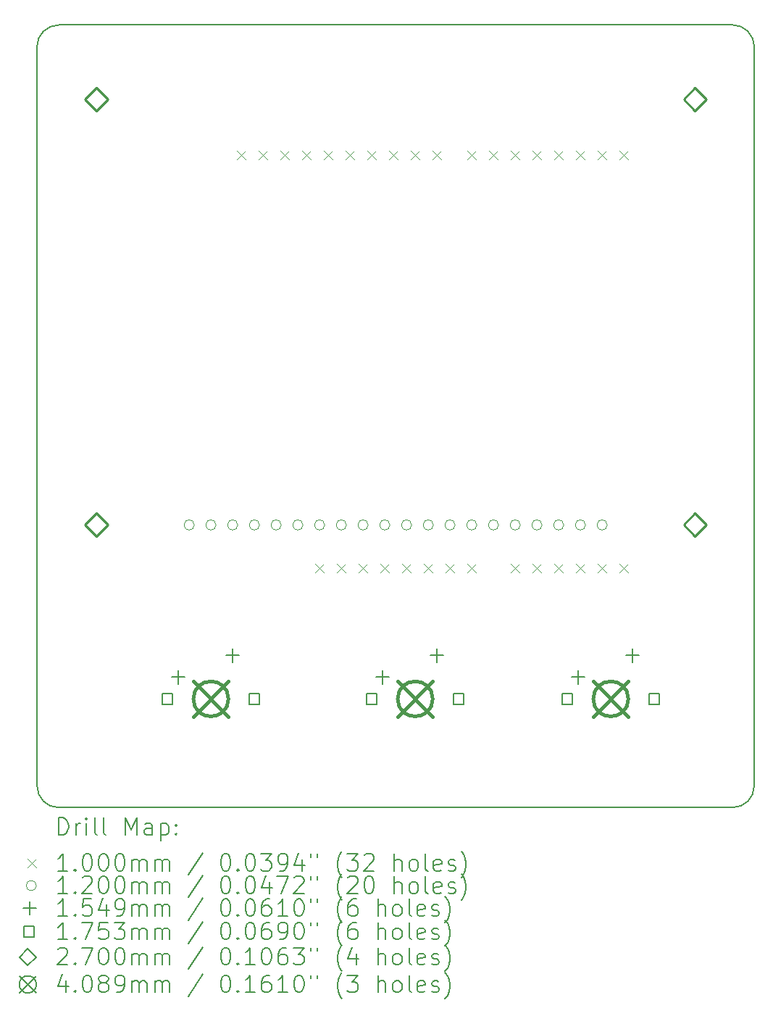
<source format=gbr>
%TF.GenerationSoftware,KiCad,Pcbnew,7.0.10*%
%TF.CreationDate,2024-02-11T11:33:22+13:00*%
%TF.ProjectId,conway_proj,636f6e77-6179-45f7-9072-6f6a2e6b6963,rev?*%
%TF.SameCoordinates,Original*%
%TF.FileFunction,Drillmap*%
%TF.FilePolarity,Positive*%
%FSLAX45Y45*%
G04 Gerber Fmt 4.5, Leading zero omitted, Abs format (unit mm)*
G04 Created by KiCad (PCBNEW 7.0.10) date 2024-02-11 11:33:22*
%MOMM*%
%LPD*%
G01*
G04 APERTURE LIST*
%ADD10C,0.150000*%
%ADD11C,0.200000*%
%ADD12C,0.100000*%
%ADD13C,0.120000*%
%ADD14C,0.154940*%
%ADD15C,0.175260*%
%ADD16C,0.270000*%
%ADD17C,0.408940*%
G04 APERTURE END LIST*
D10*
X15334000Y-10254000D02*
G75*
G03*
X15080000Y-10000000I-254000J0D01*
G01*
X15080000Y-19144000D02*
G75*
G03*
X15334000Y-18890000I0J254000D01*
G01*
X6952000Y-18890000D02*
X6952000Y-10254000D01*
X15334000Y-10254000D02*
X15334000Y-18890000D01*
X15080000Y-19144000D02*
X7206000Y-19144000D01*
X7206000Y-10000000D02*
X15080000Y-10000000D01*
X6952000Y-18890000D02*
G75*
G03*
X7206000Y-19144000I254000J0D01*
G01*
X7206000Y-10000001D02*
G75*
G03*
X6952000Y-10254000I0J-254000D01*
G01*
D11*
D12*
X9289600Y-11474000D02*
X9389600Y-11574000D01*
X9389600Y-11474000D02*
X9289600Y-11574000D01*
X9543600Y-11474000D02*
X9643600Y-11574000D01*
X9643600Y-11474000D02*
X9543600Y-11574000D01*
X9797600Y-11474000D02*
X9897600Y-11574000D01*
X9897600Y-11474000D02*
X9797600Y-11574000D01*
X10051600Y-11474000D02*
X10151600Y-11574000D01*
X10151600Y-11474000D02*
X10051600Y-11574000D01*
X10204000Y-16300000D02*
X10304000Y-16400000D01*
X10304000Y-16300000D02*
X10204000Y-16400000D01*
X10305600Y-11474000D02*
X10405600Y-11574000D01*
X10405600Y-11474000D02*
X10305600Y-11574000D01*
X10458000Y-16300000D02*
X10558000Y-16400000D01*
X10558000Y-16300000D02*
X10458000Y-16400000D01*
X10559600Y-11474000D02*
X10659600Y-11574000D01*
X10659600Y-11474000D02*
X10559600Y-11574000D01*
X10712000Y-16300000D02*
X10812000Y-16400000D01*
X10812000Y-16300000D02*
X10712000Y-16400000D01*
X10813600Y-11474000D02*
X10913600Y-11574000D01*
X10913600Y-11474000D02*
X10813600Y-11574000D01*
X10966000Y-16300000D02*
X11066000Y-16400000D01*
X11066000Y-16300000D02*
X10966000Y-16400000D01*
X11067600Y-11474000D02*
X11167600Y-11574000D01*
X11167600Y-11474000D02*
X11067600Y-11574000D01*
X11220000Y-16300000D02*
X11320000Y-16400000D01*
X11320000Y-16300000D02*
X11220000Y-16400000D01*
X11321600Y-11474000D02*
X11421600Y-11574000D01*
X11421600Y-11474000D02*
X11321600Y-11574000D01*
X11474000Y-16300000D02*
X11574000Y-16400000D01*
X11574000Y-16300000D02*
X11474000Y-16400000D01*
X11575600Y-11474000D02*
X11675600Y-11574000D01*
X11675600Y-11474000D02*
X11575600Y-11574000D01*
X11728000Y-16300000D02*
X11828000Y-16400000D01*
X11828000Y-16300000D02*
X11728000Y-16400000D01*
X11982000Y-11474000D02*
X12082000Y-11574000D01*
X12082000Y-11474000D02*
X11982000Y-11574000D01*
X11982000Y-16300000D02*
X12082000Y-16400000D01*
X12082000Y-16300000D02*
X11982000Y-16400000D01*
X12236000Y-11474000D02*
X12336000Y-11574000D01*
X12336000Y-11474000D02*
X12236000Y-11574000D01*
X12490000Y-11474000D02*
X12590000Y-11574000D01*
X12590000Y-11474000D02*
X12490000Y-11574000D01*
X12490000Y-16300000D02*
X12590000Y-16400000D01*
X12590000Y-16300000D02*
X12490000Y-16400000D01*
X12744000Y-11474000D02*
X12844000Y-11574000D01*
X12844000Y-11474000D02*
X12744000Y-11574000D01*
X12744000Y-16300000D02*
X12844000Y-16400000D01*
X12844000Y-16300000D02*
X12744000Y-16400000D01*
X12998000Y-11474000D02*
X13098000Y-11574000D01*
X13098000Y-11474000D02*
X12998000Y-11574000D01*
X12998000Y-16300000D02*
X13098000Y-16400000D01*
X13098000Y-16300000D02*
X12998000Y-16400000D01*
X13252000Y-11474000D02*
X13352000Y-11574000D01*
X13352000Y-11474000D02*
X13252000Y-11574000D01*
X13252000Y-16300000D02*
X13352000Y-16400000D01*
X13352000Y-16300000D02*
X13252000Y-16400000D01*
X13506000Y-11474000D02*
X13606000Y-11574000D01*
X13606000Y-11474000D02*
X13506000Y-11574000D01*
X13506000Y-16300000D02*
X13606000Y-16400000D01*
X13606000Y-16300000D02*
X13506000Y-16400000D01*
X13760000Y-11474000D02*
X13860000Y-11574000D01*
X13860000Y-11474000D02*
X13760000Y-11574000D01*
X13760000Y-16300000D02*
X13860000Y-16400000D01*
X13860000Y-16300000D02*
X13760000Y-16400000D01*
D13*
X8790000Y-15842000D02*
G75*
G03*
X8670000Y-15842000I-60000J0D01*
G01*
X8670000Y-15842000D02*
G75*
G03*
X8790000Y-15842000I60000J0D01*
G01*
X9044000Y-15842000D02*
G75*
G03*
X8924000Y-15842000I-60000J0D01*
G01*
X8924000Y-15842000D02*
G75*
G03*
X9044000Y-15842000I60000J0D01*
G01*
X9298000Y-15842000D02*
G75*
G03*
X9178000Y-15842000I-60000J0D01*
G01*
X9178000Y-15842000D02*
G75*
G03*
X9298000Y-15842000I60000J0D01*
G01*
X9552000Y-15842000D02*
G75*
G03*
X9432000Y-15842000I-60000J0D01*
G01*
X9432000Y-15842000D02*
G75*
G03*
X9552000Y-15842000I60000J0D01*
G01*
X9806000Y-15842000D02*
G75*
G03*
X9686000Y-15842000I-60000J0D01*
G01*
X9686000Y-15842000D02*
G75*
G03*
X9806000Y-15842000I60000J0D01*
G01*
X10060000Y-15842000D02*
G75*
G03*
X9940000Y-15842000I-60000J0D01*
G01*
X9940000Y-15842000D02*
G75*
G03*
X10060000Y-15842000I60000J0D01*
G01*
X10314000Y-15842000D02*
G75*
G03*
X10194000Y-15842000I-60000J0D01*
G01*
X10194000Y-15842000D02*
G75*
G03*
X10314000Y-15842000I60000J0D01*
G01*
X10568000Y-15842000D02*
G75*
G03*
X10448000Y-15842000I-60000J0D01*
G01*
X10448000Y-15842000D02*
G75*
G03*
X10568000Y-15842000I60000J0D01*
G01*
X10822000Y-15842000D02*
G75*
G03*
X10702000Y-15842000I-60000J0D01*
G01*
X10702000Y-15842000D02*
G75*
G03*
X10822000Y-15842000I60000J0D01*
G01*
X11076000Y-15842000D02*
G75*
G03*
X10956000Y-15842000I-60000J0D01*
G01*
X10956000Y-15842000D02*
G75*
G03*
X11076000Y-15842000I60000J0D01*
G01*
X11330000Y-15842000D02*
G75*
G03*
X11210000Y-15842000I-60000J0D01*
G01*
X11210000Y-15842000D02*
G75*
G03*
X11330000Y-15842000I60000J0D01*
G01*
X11584000Y-15842000D02*
G75*
G03*
X11464000Y-15842000I-60000J0D01*
G01*
X11464000Y-15842000D02*
G75*
G03*
X11584000Y-15842000I60000J0D01*
G01*
X11838000Y-15842000D02*
G75*
G03*
X11718000Y-15842000I-60000J0D01*
G01*
X11718000Y-15842000D02*
G75*
G03*
X11838000Y-15842000I60000J0D01*
G01*
X12092000Y-15842000D02*
G75*
G03*
X11972000Y-15842000I-60000J0D01*
G01*
X11972000Y-15842000D02*
G75*
G03*
X12092000Y-15842000I60000J0D01*
G01*
X12346000Y-15842000D02*
G75*
G03*
X12226000Y-15842000I-60000J0D01*
G01*
X12226000Y-15842000D02*
G75*
G03*
X12346000Y-15842000I60000J0D01*
G01*
X12600000Y-15842000D02*
G75*
G03*
X12480000Y-15842000I-60000J0D01*
G01*
X12480000Y-15842000D02*
G75*
G03*
X12600000Y-15842000I60000J0D01*
G01*
X12854000Y-15842000D02*
G75*
G03*
X12734000Y-15842000I-60000J0D01*
G01*
X12734000Y-15842000D02*
G75*
G03*
X12854000Y-15842000I60000J0D01*
G01*
X13108000Y-15842000D02*
G75*
G03*
X12988000Y-15842000I-60000J0D01*
G01*
X12988000Y-15842000D02*
G75*
G03*
X13108000Y-15842000I60000J0D01*
G01*
X13362000Y-15842000D02*
G75*
G03*
X13242000Y-15842000I-60000J0D01*
G01*
X13242000Y-15842000D02*
G75*
G03*
X13362000Y-15842000I60000J0D01*
G01*
X13616000Y-15842000D02*
G75*
G03*
X13496000Y-15842000I-60000J0D01*
G01*
X13496000Y-15842000D02*
G75*
G03*
X13616000Y-15842000I60000J0D01*
G01*
D14*
X8603000Y-17542530D02*
X8603000Y-17697470D01*
X8525530Y-17620000D02*
X8680470Y-17620000D01*
X9238000Y-17288530D02*
X9238000Y-17443470D01*
X9160530Y-17366000D02*
X9315470Y-17366000D01*
X10990600Y-17542530D02*
X10990600Y-17697470D01*
X10913130Y-17620000D02*
X11068070Y-17620000D01*
X11625600Y-17288530D02*
X11625600Y-17443470D01*
X11548130Y-17366000D02*
X11703070Y-17366000D01*
X13276600Y-17542530D02*
X13276600Y-17697470D01*
X13199130Y-17620000D02*
X13354070Y-17620000D01*
X13911600Y-17288530D02*
X13911600Y-17443470D01*
X13834130Y-17366000D02*
X13989070Y-17366000D01*
D15*
X8537964Y-17935964D02*
X8537964Y-17812036D01*
X8414036Y-17812036D01*
X8414036Y-17935964D01*
X8537964Y-17935964D01*
X9553964Y-17935964D02*
X9553964Y-17812036D01*
X9430036Y-17812036D01*
X9430036Y-17935964D01*
X9553964Y-17935964D01*
X10925564Y-17935964D02*
X10925564Y-17812036D01*
X10801636Y-17812036D01*
X10801636Y-17935964D01*
X10925564Y-17935964D01*
X11941564Y-17935964D02*
X11941564Y-17812036D01*
X11817636Y-17812036D01*
X11817636Y-17935964D01*
X11941564Y-17935964D01*
X13211564Y-17935964D02*
X13211564Y-17812036D01*
X13087636Y-17812036D01*
X13087636Y-17935964D01*
X13211564Y-17935964D01*
X14227564Y-17935964D02*
X14227564Y-17812036D01*
X14103636Y-17812036D01*
X14103636Y-17935964D01*
X14227564Y-17935964D01*
D16*
X7643000Y-11007000D02*
X7778000Y-10872000D01*
X7643000Y-10737000D01*
X7508000Y-10872000D01*
X7643000Y-11007000D01*
X7643000Y-15977000D02*
X7778000Y-15842000D01*
X7643000Y-15707000D01*
X7508000Y-15842000D01*
X7643000Y-15977000D01*
X14643000Y-11007000D02*
X14778000Y-10872000D01*
X14643000Y-10737000D01*
X14508000Y-10872000D01*
X14643000Y-11007000D01*
X14643000Y-15977000D02*
X14778000Y-15842000D01*
X14643000Y-15707000D01*
X14508000Y-15842000D01*
X14643000Y-15977000D01*
D17*
X8779530Y-17669530D02*
X9188470Y-18078470D01*
X9188470Y-17669530D02*
X8779530Y-18078470D01*
X9188470Y-17874000D02*
G75*
G03*
X8779530Y-17874000I-204470J0D01*
G01*
X8779530Y-17874000D02*
G75*
G03*
X9188470Y-17874000I204470J0D01*
G01*
X11167130Y-17669530D02*
X11576070Y-18078470D01*
X11576070Y-17669530D02*
X11167130Y-18078470D01*
X11576070Y-17874000D02*
G75*
G03*
X11167130Y-17874000I-204470J0D01*
G01*
X11167130Y-17874000D02*
G75*
G03*
X11576070Y-17874000I204470J0D01*
G01*
X13453130Y-17669530D02*
X13862070Y-18078470D01*
X13862070Y-17669530D02*
X13453130Y-18078470D01*
X13862070Y-17874000D02*
G75*
G03*
X13453130Y-17874000I-204470J0D01*
G01*
X13453130Y-17874000D02*
G75*
G03*
X13862070Y-17874000I204470J0D01*
G01*
D11*
X7205277Y-19462984D02*
X7205277Y-19262984D01*
X7205277Y-19262984D02*
X7252896Y-19262984D01*
X7252896Y-19262984D02*
X7281467Y-19272508D01*
X7281467Y-19272508D02*
X7300515Y-19291555D01*
X7300515Y-19291555D02*
X7310039Y-19310603D01*
X7310039Y-19310603D02*
X7319562Y-19348698D01*
X7319562Y-19348698D02*
X7319562Y-19377270D01*
X7319562Y-19377270D02*
X7310039Y-19415365D01*
X7310039Y-19415365D02*
X7300515Y-19434412D01*
X7300515Y-19434412D02*
X7281467Y-19453460D01*
X7281467Y-19453460D02*
X7252896Y-19462984D01*
X7252896Y-19462984D02*
X7205277Y-19462984D01*
X7405277Y-19462984D02*
X7405277Y-19329651D01*
X7405277Y-19367746D02*
X7414800Y-19348698D01*
X7414800Y-19348698D02*
X7424324Y-19339174D01*
X7424324Y-19339174D02*
X7443372Y-19329651D01*
X7443372Y-19329651D02*
X7462420Y-19329651D01*
X7529086Y-19462984D02*
X7529086Y-19329651D01*
X7529086Y-19262984D02*
X7519562Y-19272508D01*
X7519562Y-19272508D02*
X7529086Y-19282032D01*
X7529086Y-19282032D02*
X7538610Y-19272508D01*
X7538610Y-19272508D02*
X7529086Y-19262984D01*
X7529086Y-19262984D02*
X7529086Y-19282032D01*
X7652896Y-19462984D02*
X7633848Y-19453460D01*
X7633848Y-19453460D02*
X7624324Y-19434412D01*
X7624324Y-19434412D02*
X7624324Y-19262984D01*
X7757658Y-19462984D02*
X7738610Y-19453460D01*
X7738610Y-19453460D02*
X7729086Y-19434412D01*
X7729086Y-19434412D02*
X7729086Y-19262984D01*
X7986229Y-19462984D02*
X7986229Y-19262984D01*
X7986229Y-19262984D02*
X8052896Y-19405841D01*
X8052896Y-19405841D02*
X8119562Y-19262984D01*
X8119562Y-19262984D02*
X8119562Y-19462984D01*
X8300515Y-19462984D02*
X8300515Y-19358222D01*
X8300515Y-19358222D02*
X8290991Y-19339174D01*
X8290991Y-19339174D02*
X8271943Y-19329651D01*
X8271943Y-19329651D02*
X8233848Y-19329651D01*
X8233848Y-19329651D02*
X8214800Y-19339174D01*
X8300515Y-19453460D02*
X8281467Y-19462984D01*
X8281467Y-19462984D02*
X8233848Y-19462984D01*
X8233848Y-19462984D02*
X8214800Y-19453460D01*
X8214800Y-19453460D02*
X8205277Y-19434412D01*
X8205277Y-19434412D02*
X8205277Y-19415365D01*
X8205277Y-19415365D02*
X8214800Y-19396317D01*
X8214800Y-19396317D02*
X8233848Y-19386793D01*
X8233848Y-19386793D02*
X8281467Y-19386793D01*
X8281467Y-19386793D02*
X8300515Y-19377270D01*
X8395753Y-19329651D02*
X8395753Y-19529651D01*
X8395753Y-19339174D02*
X8414801Y-19329651D01*
X8414801Y-19329651D02*
X8452896Y-19329651D01*
X8452896Y-19329651D02*
X8471943Y-19339174D01*
X8471943Y-19339174D02*
X8481467Y-19348698D01*
X8481467Y-19348698D02*
X8490991Y-19367746D01*
X8490991Y-19367746D02*
X8490991Y-19424889D01*
X8490991Y-19424889D02*
X8481467Y-19443936D01*
X8481467Y-19443936D02*
X8471943Y-19453460D01*
X8471943Y-19453460D02*
X8452896Y-19462984D01*
X8452896Y-19462984D02*
X8414801Y-19462984D01*
X8414801Y-19462984D02*
X8395753Y-19453460D01*
X8576705Y-19443936D02*
X8586229Y-19453460D01*
X8586229Y-19453460D02*
X8576705Y-19462984D01*
X8576705Y-19462984D02*
X8567182Y-19453460D01*
X8567182Y-19453460D02*
X8576705Y-19443936D01*
X8576705Y-19443936D02*
X8576705Y-19462984D01*
X8576705Y-19339174D02*
X8586229Y-19348698D01*
X8586229Y-19348698D02*
X8576705Y-19358222D01*
X8576705Y-19358222D02*
X8567182Y-19348698D01*
X8567182Y-19348698D02*
X8576705Y-19339174D01*
X8576705Y-19339174D02*
X8576705Y-19358222D01*
D12*
X6844500Y-19741500D02*
X6944500Y-19841500D01*
X6944500Y-19741500D02*
X6844500Y-19841500D01*
D11*
X7310039Y-19882984D02*
X7195753Y-19882984D01*
X7252896Y-19882984D02*
X7252896Y-19682984D01*
X7252896Y-19682984D02*
X7233848Y-19711555D01*
X7233848Y-19711555D02*
X7214800Y-19730603D01*
X7214800Y-19730603D02*
X7195753Y-19740127D01*
X7395753Y-19863936D02*
X7405277Y-19873460D01*
X7405277Y-19873460D02*
X7395753Y-19882984D01*
X7395753Y-19882984D02*
X7386229Y-19873460D01*
X7386229Y-19873460D02*
X7395753Y-19863936D01*
X7395753Y-19863936D02*
X7395753Y-19882984D01*
X7529086Y-19682984D02*
X7548134Y-19682984D01*
X7548134Y-19682984D02*
X7567181Y-19692508D01*
X7567181Y-19692508D02*
X7576705Y-19702032D01*
X7576705Y-19702032D02*
X7586229Y-19721079D01*
X7586229Y-19721079D02*
X7595753Y-19759174D01*
X7595753Y-19759174D02*
X7595753Y-19806793D01*
X7595753Y-19806793D02*
X7586229Y-19844889D01*
X7586229Y-19844889D02*
X7576705Y-19863936D01*
X7576705Y-19863936D02*
X7567181Y-19873460D01*
X7567181Y-19873460D02*
X7548134Y-19882984D01*
X7548134Y-19882984D02*
X7529086Y-19882984D01*
X7529086Y-19882984D02*
X7510039Y-19873460D01*
X7510039Y-19873460D02*
X7500515Y-19863936D01*
X7500515Y-19863936D02*
X7490991Y-19844889D01*
X7490991Y-19844889D02*
X7481467Y-19806793D01*
X7481467Y-19806793D02*
X7481467Y-19759174D01*
X7481467Y-19759174D02*
X7490991Y-19721079D01*
X7490991Y-19721079D02*
X7500515Y-19702032D01*
X7500515Y-19702032D02*
X7510039Y-19692508D01*
X7510039Y-19692508D02*
X7529086Y-19682984D01*
X7719562Y-19682984D02*
X7738610Y-19682984D01*
X7738610Y-19682984D02*
X7757658Y-19692508D01*
X7757658Y-19692508D02*
X7767181Y-19702032D01*
X7767181Y-19702032D02*
X7776705Y-19721079D01*
X7776705Y-19721079D02*
X7786229Y-19759174D01*
X7786229Y-19759174D02*
X7786229Y-19806793D01*
X7786229Y-19806793D02*
X7776705Y-19844889D01*
X7776705Y-19844889D02*
X7767181Y-19863936D01*
X7767181Y-19863936D02*
X7757658Y-19873460D01*
X7757658Y-19873460D02*
X7738610Y-19882984D01*
X7738610Y-19882984D02*
X7719562Y-19882984D01*
X7719562Y-19882984D02*
X7700515Y-19873460D01*
X7700515Y-19873460D02*
X7690991Y-19863936D01*
X7690991Y-19863936D02*
X7681467Y-19844889D01*
X7681467Y-19844889D02*
X7671943Y-19806793D01*
X7671943Y-19806793D02*
X7671943Y-19759174D01*
X7671943Y-19759174D02*
X7681467Y-19721079D01*
X7681467Y-19721079D02*
X7690991Y-19702032D01*
X7690991Y-19702032D02*
X7700515Y-19692508D01*
X7700515Y-19692508D02*
X7719562Y-19682984D01*
X7910039Y-19682984D02*
X7929086Y-19682984D01*
X7929086Y-19682984D02*
X7948134Y-19692508D01*
X7948134Y-19692508D02*
X7957658Y-19702032D01*
X7957658Y-19702032D02*
X7967181Y-19721079D01*
X7967181Y-19721079D02*
X7976705Y-19759174D01*
X7976705Y-19759174D02*
X7976705Y-19806793D01*
X7976705Y-19806793D02*
X7967181Y-19844889D01*
X7967181Y-19844889D02*
X7957658Y-19863936D01*
X7957658Y-19863936D02*
X7948134Y-19873460D01*
X7948134Y-19873460D02*
X7929086Y-19882984D01*
X7929086Y-19882984D02*
X7910039Y-19882984D01*
X7910039Y-19882984D02*
X7890991Y-19873460D01*
X7890991Y-19873460D02*
X7881467Y-19863936D01*
X7881467Y-19863936D02*
X7871943Y-19844889D01*
X7871943Y-19844889D02*
X7862420Y-19806793D01*
X7862420Y-19806793D02*
X7862420Y-19759174D01*
X7862420Y-19759174D02*
X7871943Y-19721079D01*
X7871943Y-19721079D02*
X7881467Y-19702032D01*
X7881467Y-19702032D02*
X7890991Y-19692508D01*
X7890991Y-19692508D02*
X7910039Y-19682984D01*
X8062420Y-19882984D02*
X8062420Y-19749651D01*
X8062420Y-19768698D02*
X8071943Y-19759174D01*
X8071943Y-19759174D02*
X8090991Y-19749651D01*
X8090991Y-19749651D02*
X8119562Y-19749651D01*
X8119562Y-19749651D02*
X8138610Y-19759174D01*
X8138610Y-19759174D02*
X8148134Y-19778222D01*
X8148134Y-19778222D02*
X8148134Y-19882984D01*
X8148134Y-19778222D02*
X8157658Y-19759174D01*
X8157658Y-19759174D02*
X8176705Y-19749651D01*
X8176705Y-19749651D02*
X8205277Y-19749651D01*
X8205277Y-19749651D02*
X8224324Y-19759174D01*
X8224324Y-19759174D02*
X8233848Y-19778222D01*
X8233848Y-19778222D02*
X8233848Y-19882984D01*
X8329086Y-19882984D02*
X8329086Y-19749651D01*
X8329086Y-19768698D02*
X8338610Y-19759174D01*
X8338610Y-19759174D02*
X8357658Y-19749651D01*
X8357658Y-19749651D02*
X8386229Y-19749651D01*
X8386229Y-19749651D02*
X8405277Y-19759174D01*
X8405277Y-19759174D02*
X8414801Y-19778222D01*
X8414801Y-19778222D02*
X8414801Y-19882984D01*
X8414801Y-19778222D02*
X8424324Y-19759174D01*
X8424324Y-19759174D02*
X8443372Y-19749651D01*
X8443372Y-19749651D02*
X8471943Y-19749651D01*
X8471943Y-19749651D02*
X8490991Y-19759174D01*
X8490991Y-19759174D02*
X8500515Y-19778222D01*
X8500515Y-19778222D02*
X8500515Y-19882984D01*
X8890991Y-19673460D02*
X8719563Y-19930603D01*
X9148134Y-19682984D02*
X9167182Y-19682984D01*
X9167182Y-19682984D02*
X9186229Y-19692508D01*
X9186229Y-19692508D02*
X9195753Y-19702032D01*
X9195753Y-19702032D02*
X9205277Y-19721079D01*
X9205277Y-19721079D02*
X9214801Y-19759174D01*
X9214801Y-19759174D02*
X9214801Y-19806793D01*
X9214801Y-19806793D02*
X9205277Y-19844889D01*
X9205277Y-19844889D02*
X9195753Y-19863936D01*
X9195753Y-19863936D02*
X9186229Y-19873460D01*
X9186229Y-19873460D02*
X9167182Y-19882984D01*
X9167182Y-19882984D02*
X9148134Y-19882984D01*
X9148134Y-19882984D02*
X9129086Y-19873460D01*
X9129086Y-19873460D02*
X9119563Y-19863936D01*
X9119563Y-19863936D02*
X9110039Y-19844889D01*
X9110039Y-19844889D02*
X9100515Y-19806793D01*
X9100515Y-19806793D02*
X9100515Y-19759174D01*
X9100515Y-19759174D02*
X9110039Y-19721079D01*
X9110039Y-19721079D02*
X9119563Y-19702032D01*
X9119563Y-19702032D02*
X9129086Y-19692508D01*
X9129086Y-19692508D02*
X9148134Y-19682984D01*
X9300515Y-19863936D02*
X9310039Y-19873460D01*
X9310039Y-19873460D02*
X9300515Y-19882984D01*
X9300515Y-19882984D02*
X9290991Y-19873460D01*
X9290991Y-19873460D02*
X9300515Y-19863936D01*
X9300515Y-19863936D02*
X9300515Y-19882984D01*
X9433848Y-19682984D02*
X9452896Y-19682984D01*
X9452896Y-19682984D02*
X9471944Y-19692508D01*
X9471944Y-19692508D02*
X9481467Y-19702032D01*
X9481467Y-19702032D02*
X9490991Y-19721079D01*
X9490991Y-19721079D02*
X9500515Y-19759174D01*
X9500515Y-19759174D02*
X9500515Y-19806793D01*
X9500515Y-19806793D02*
X9490991Y-19844889D01*
X9490991Y-19844889D02*
X9481467Y-19863936D01*
X9481467Y-19863936D02*
X9471944Y-19873460D01*
X9471944Y-19873460D02*
X9452896Y-19882984D01*
X9452896Y-19882984D02*
X9433848Y-19882984D01*
X9433848Y-19882984D02*
X9414801Y-19873460D01*
X9414801Y-19873460D02*
X9405277Y-19863936D01*
X9405277Y-19863936D02*
X9395753Y-19844889D01*
X9395753Y-19844889D02*
X9386229Y-19806793D01*
X9386229Y-19806793D02*
X9386229Y-19759174D01*
X9386229Y-19759174D02*
X9395753Y-19721079D01*
X9395753Y-19721079D02*
X9405277Y-19702032D01*
X9405277Y-19702032D02*
X9414801Y-19692508D01*
X9414801Y-19692508D02*
X9433848Y-19682984D01*
X9567182Y-19682984D02*
X9690991Y-19682984D01*
X9690991Y-19682984D02*
X9624325Y-19759174D01*
X9624325Y-19759174D02*
X9652896Y-19759174D01*
X9652896Y-19759174D02*
X9671944Y-19768698D01*
X9671944Y-19768698D02*
X9681467Y-19778222D01*
X9681467Y-19778222D02*
X9690991Y-19797270D01*
X9690991Y-19797270D02*
X9690991Y-19844889D01*
X9690991Y-19844889D02*
X9681467Y-19863936D01*
X9681467Y-19863936D02*
X9671944Y-19873460D01*
X9671944Y-19873460D02*
X9652896Y-19882984D01*
X9652896Y-19882984D02*
X9595753Y-19882984D01*
X9595753Y-19882984D02*
X9576706Y-19873460D01*
X9576706Y-19873460D02*
X9567182Y-19863936D01*
X9786229Y-19882984D02*
X9824325Y-19882984D01*
X9824325Y-19882984D02*
X9843372Y-19873460D01*
X9843372Y-19873460D02*
X9852896Y-19863936D01*
X9852896Y-19863936D02*
X9871944Y-19835365D01*
X9871944Y-19835365D02*
X9881467Y-19797270D01*
X9881467Y-19797270D02*
X9881467Y-19721079D01*
X9881467Y-19721079D02*
X9871944Y-19702032D01*
X9871944Y-19702032D02*
X9862420Y-19692508D01*
X9862420Y-19692508D02*
X9843372Y-19682984D01*
X9843372Y-19682984D02*
X9805277Y-19682984D01*
X9805277Y-19682984D02*
X9786229Y-19692508D01*
X9786229Y-19692508D02*
X9776706Y-19702032D01*
X9776706Y-19702032D02*
X9767182Y-19721079D01*
X9767182Y-19721079D02*
X9767182Y-19768698D01*
X9767182Y-19768698D02*
X9776706Y-19787746D01*
X9776706Y-19787746D02*
X9786229Y-19797270D01*
X9786229Y-19797270D02*
X9805277Y-19806793D01*
X9805277Y-19806793D02*
X9843372Y-19806793D01*
X9843372Y-19806793D02*
X9862420Y-19797270D01*
X9862420Y-19797270D02*
X9871944Y-19787746D01*
X9871944Y-19787746D02*
X9881467Y-19768698D01*
X10052896Y-19749651D02*
X10052896Y-19882984D01*
X10005277Y-19673460D02*
X9957658Y-19816317D01*
X9957658Y-19816317D02*
X10081467Y-19816317D01*
X10148134Y-19682984D02*
X10148134Y-19721079D01*
X10224325Y-19682984D02*
X10224325Y-19721079D01*
X10519563Y-19959174D02*
X10510039Y-19949651D01*
X10510039Y-19949651D02*
X10490991Y-19921079D01*
X10490991Y-19921079D02*
X10481468Y-19902032D01*
X10481468Y-19902032D02*
X10471944Y-19873460D01*
X10471944Y-19873460D02*
X10462420Y-19825841D01*
X10462420Y-19825841D02*
X10462420Y-19787746D01*
X10462420Y-19787746D02*
X10471944Y-19740127D01*
X10471944Y-19740127D02*
X10481468Y-19711555D01*
X10481468Y-19711555D02*
X10490991Y-19692508D01*
X10490991Y-19692508D02*
X10510039Y-19663936D01*
X10510039Y-19663936D02*
X10519563Y-19654412D01*
X10576706Y-19682984D02*
X10700515Y-19682984D01*
X10700515Y-19682984D02*
X10633848Y-19759174D01*
X10633848Y-19759174D02*
X10662420Y-19759174D01*
X10662420Y-19759174D02*
X10681468Y-19768698D01*
X10681468Y-19768698D02*
X10690991Y-19778222D01*
X10690991Y-19778222D02*
X10700515Y-19797270D01*
X10700515Y-19797270D02*
X10700515Y-19844889D01*
X10700515Y-19844889D02*
X10690991Y-19863936D01*
X10690991Y-19863936D02*
X10681468Y-19873460D01*
X10681468Y-19873460D02*
X10662420Y-19882984D01*
X10662420Y-19882984D02*
X10605277Y-19882984D01*
X10605277Y-19882984D02*
X10586229Y-19873460D01*
X10586229Y-19873460D02*
X10576706Y-19863936D01*
X10776706Y-19702032D02*
X10786229Y-19692508D01*
X10786229Y-19692508D02*
X10805277Y-19682984D01*
X10805277Y-19682984D02*
X10852896Y-19682984D01*
X10852896Y-19682984D02*
X10871944Y-19692508D01*
X10871944Y-19692508D02*
X10881468Y-19702032D01*
X10881468Y-19702032D02*
X10890991Y-19721079D01*
X10890991Y-19721079D02*
X10890991Y-19740127D01*
X10890991Y-19740127D02*
X10881468Y-19768698D01*
X10881468Y-19768698D02*
X10767182Y-19882984D01*
X10767182Y-19882984D02*
X10890991Y-19882984D01*
X11129087Y-19882984D02*
X11129087Y-19682984D01*
X11214801Y-19882984D02*
X11214801Y-19778222D01*
X11214801Y-19778222D02*
X11205277Y-19759174D01*
X11205277Y-19759174D02*
X11186229Y-19749651D01*
X11186229Y-19749651D02*
X11157658Y-19749651D01*
X11157658Y-19749651D02*
X11138610Y-19759174D01*
X11138610Y-19759174D02*
X11129087Y-19768698D01*
X11338610Y-19882984D02*
X11319563Y-19873460D01*
X11319563Y-19873460D02*
X11310039Y-19863936D01*
X11310039Y-19863936D02*
X11300515Y-19844889D01*
X11300515Y-19844889D02*
X11300515Y-19787746D01*
X11300515Y-19787746D02*
X11310039Y-19768698D01*
X11310039Y-19768698D02*
X11319563Y-19759174D01*
X11319563Y-19759174D02*
X11338610Y-19749651D01*
X11338610Y-19749651D02*
X11367182Y-19749651D01*
X11367182Y-19749651D02*
X11386229Y-19759174D01*
X11386229Y-19759174D02*
X11395753Y-19768698D01*
X11395753Y-19768698D02*
X11405277Y-19787746D01*
X11405277Y-19787746D02*
X11405277Y-19844889D01*
X11405277Y-19844889D02*
X11395753Y-19863936D01*
X11395753Y-19863936D02*
X11386229Y-19873460D01*
X11386229Y-19873460D02*
X11367182Y-19882984D01*
X11367182Y-19882984D02*
X11338610Y-19882984D01*
X11519563Y-19882984D02*
X11500515Y-19873460D01*
X11500515Y-19873460D02*
X11490991Y-19854412D01*
X11490991Y-19854412D02*
X11490991Y-19682984D01*
X11671944Y-19873460D02*
X11652896Y-19882984D01*
X11652896Y-19882984D02*
X11614801Y-19882984D01*
X11614801Y-19882984D02*
X11595753Y-19873460D01*
X11595753Y-19873460D02*
X11586229Y-19854412D01*
X11586229Y-19854412D02*
X11586229Y-19778222D01*
X11586229Y-19778222D02*
X11595753Y-19759174D01*
X11595753Y-19759174D02*
X11614801Y-19749651D01*
X11614801Y-19749651D02*
X11652896Y-19749651D01*
X11652896Y-19749651D02*
X11671944Y-19759174D01*
X11671944Y-19759174D02*
X11681468Y-19778222D01*
X11681468Y-19778222D02*
X11681468Y-19797270D01*
X11681468Y-19797270D02*
X11586229Y-19816317D01*
X11757658Y-19873460D02*
X11776706Y-19882984D01*
X11776706Y-19882984D02*
X11814801Y-19882984D01*
X11814801Y-19882984D02*
X11833849Y-19873460D01*
X11833849Y-19873460D02*
X11843372Y-19854412D01*
X11843372Y-19854412D02*
X11843372Y-19844889D01*
X11843372Y-19844889D02*
X11833849Y-19825841D01*
X11833849Y-19825841D02*
X11814801Y-19816317D01*
X11814801Y-19816317D02*
X11786229Y-19816317D01*
X11786229Y-19816317D02*
X11767182Y-19806793D01*
X11767182Y-19806793D02*
X11757658Y-19787746D01*
X11757658Y-19787746D02*
X11757658Y-19778222D01*
X11757658Y-19778222D02*
X11767182Y-19759174D01*
X11767182Y-19759174D02*
X11786229Y-19749651D01*
X11786229Y-19749651D02*
X11814801Y-19749651D01*
X11814801Y-19749651D02*
X11833849Y-19759174D01*
X11910039Y-19959174D02*
X11919563Y-19949651D01*
X11919563Y-19949651D02*
X11938610Y-19921079D01*
X11938610Y-19921079D02*
X11948134Y-19902032D01*
X11948134Y-19902032D02*
X11957658Y-19873460D01*
X11957658Y-19873460D02*
X11967182Y-19825841D01*
X11967182Y-19825841D02*
X11967182Y-19787746D01*
X11967182Y-19787746D02*
X11957658Y-19740127D01*
X11957658Y-19740127D02*
X11948134Y-19711555D01*
X11948134Y-19711555D02*
X11938610Y-19692508D01*
X11938610Y-19692508D02*
X11919563Y-19663936D01*
X11919563Y-19663936D02*
X11910039Y-19654412D01*
D13*
X6944500Y-20055500D02*
G75*
G03*
X6824500Y-20055500I-60000J0D01*
G01*
X6824500Y-20055500D02*
G75*
G03*
X6944500Y-20055500I60000J0D01*
G01*
D11*
X7310039Y-20146984D02*
X7195753Y-20146984D01*
X7252896Y-20146984D02*
X7252896Y-19946984D01*
X7252896Y-19946984D02*
X7233848Y-19975555D01*
X7233848Y-19975555D02*
X7214800Y-19994603D01*
X7214800Y-19994603D02*
X7195753Y-20004127D01*
X7395753Y-20127936D02*
X7405277Y-20137460D01*
X7405277Y-20137460D02*
X7395753Y-20146984D01*
X7395753Y-20146984D02*
X7386229Y-20137460D01*
X7386229Y-20137460D02*
X7395753Y-20127936D01*
X7395753Y-20127936D02*
X7395753Y-20146984D01*
X7481467Y-19966032D02*
X7490991Y-19956508D01*
X7490991Y-19956508D02*
X7510039Y-19946984D01*
X7510039Y-19946984D02*
X7557658Y-19946984D01*
X7557658Y-19946984D02*
X7576705Y-19956508D01*
X7576705Y-19956508D02*
X7586229Y-19966032D01*
X7586229Y-19966032D02*
X7595753Y-19985079D01*
X7595753Y-19985079D02*
X7595753Y-20004127D01*
X7595753Y-20004127D02*
X7586229Y-20032698D01*
X7586229Y-20032698D02*
X7471943Y-20146984D01*
X7471943Y-20146984D02*
X7595753Y-20146984D01*
X7719562Y-19946984D02*
X7738610Y-19946984D01*
X7738610Y-19946984D02*
X7757658Y-19956508D01*
X7757658Y-19956508D02*
X7767181Y-19966032D01*
X7767181Y-19966032D02*
X7776705Y-19985079D01*
X7776705Y-19985079D02*
X7786229Y-20023174D01*
X7786229Y-20023174D02*
X7786229Y-20070793D01*
X7786229Y-20070793D02*
X7776705Y-20108889D01*
X7776705Y-20108889D02*
X7767181Y-20127936D01*
X7767181Y-20127936D02*
X7757658Y-20137460D01*
X7757658Y-20137460D02*
X7738610Y-20146984D01*
X7738610Y-20146984D02*
X7719562Y-20146984D01*
X7719562Y-20146984D02*
X7700515Y-20137460D01*
X7700515Y-20137460D02*
X7690991Y-20127936D01*
X7690991Y-20127936D02*
X7681467Y-20108889D01*
X7681467Y-20108889D02*
X7671943Y-20070793D01*
X7671943Y-20070793D02*
X7671943Y-20023174D01*
X7671943Y-20023174D02*
X7681467Y-19985079D01*
X7681467Y-19985079D02*
X7690991Y-19966032D01*
X7690991Y-19966032D02*
X7700515Y-19956508D01*
X7700515Y-19956508D02*
X7719562Y-19946984D01*
X7910039Y-19946984D02*
X7929086Y-19946984D01*
X7929086Y-19946984D02*
X7948134Y-19956508D01*
X7948134Y-19956508D02*
X7957658Y-19966032D01*
X7957658Y-19966032D02*
X7967181Y-19985079D01*
X7967181Y-19985079D02*
X7976705Y-20023174D01*
X7976705Y-20023174D02*
X7976705Y-20070793D01*
X7976705Y-20070793D02*
X7967181Y-20108889D01*
X7967181Y-20108889D02*
X7957658Y-20127936D01*
X7957658Y-20127936D02*
X7948134Y-20137460D01*
X7948134Y-20137460D02*
X7929086Y-20146984D01*
X7929086Y-20146984D02*
X7910039Y-20146984D01*
X7910039Y-20146984D02*
X7890991Y-20137460D01*
X7890991Y-20137460D02*
X7881467Y-20127936D01*
X7881467Y-20127936D02*
X7871943Y-20108889D01*
X7871943Y-20108889D02*
X7862420Y-20070793D01*
X7862420Y-20070793D02*
X7862420Y-20023174D01*
X7862420Y-20023174D02*
X7871943Y-19985079D01*
X7871943Y-19985079D02*
X7881467Y-19966032D01*
X7881467Y-19966032D02*
X7890991Y-19956508D01*
X7890991Y-19956508D02*
X7910039Y-19946984D01*
X8062420Y-20146984D02*
X8062420Y-20013651D01*
X8062420Y-20032698D02*
X8071943Y-20023174D01*
X8071943Y-20023174D02*
X8090991Y-20013651D01*
X8090991Y-20013651D02*
X8119562Y-20013651D01*
X8119562Y-20013651D02*
X8138610Y-20023174D01*
X8138610Y-20023174D02*
X8148134Y-20042222D01*
X8148134Y-20042222D02*
X8148134Y-20146984D01*
X8148134Y-20042222D02*
X8157658Y-20023174D01*
X8157658Y-20023174D02*
X8176705Y-20013651D01*
X8176705Y-20013651D02*
X8205277Y-20013651D01*
X8205277Y-20013651D02*
X8224324Y-20023174D01*
X8224324Y-20023174D02*
X8233848Y-20042222D01*
X8233848Y-20042222D02*
X8233848Y-20146984D01*
X8329086Y-20146984D02*
X8329086Y-20013651D01*
X8329086Y-20032698D02*
X8338610Y-20023174D01*
X8338610Y-20023174D02*
X8357658Y-20013651D01*
X8357658Y-20013651D02*
X8386229Y-20013651D01*
X8386229Y-20013651D02*
X8405277Y-20023174D01*
X8405277Y-20023174D02*
X8414801Y-20042222D01*
X8414801Y-20042222D02*
X8414801Y-20146984D01*
X8414801Y-20042222D02*
X8424324Y-20023174D01*
X8424324Y-20023174D02*
X8443372Y-20013651D01*
X8443372Y-20013651D02*
X8471943Y-20013651D01*
X8471943Y-20013651D02*
X8490991Y-20023174D01*
X8490991Y-20023174D02*
X8500515Y-20042222D01*
X8500515Y-20042222D02*
X8500515Y-20146984D01*
X8890991Y-19937460D02*
X8719563Y-20194603D01*
X9148134Y-19946984D02*
X9167182Y-19946984D01*
X9167182Y-19946984D02*
X9186229Y-19956508D01*
X9186229Y-19956508D02*
X9195753Y-19966032D01*
X9195753Y-19966032D02*
X9205277Y-19985079D01*
X9205277Y-19985079D02*
X9214801Y-20023174D01*
X9214801Y-20023174D02*
X9214801Y-20070793D01*
X9214801Y-20070793D02*
X9205277Y-20108889D01*
X9205277Y-20108889D02*
X9195753Y-20127936D01*
X9195753Y-20127936D02*
X9186229Y-20137460D01*
X9186229Y-20137460D02*
X9167182Y-20146984D01*
X9167182Y-20146984D02*
X9148134Y-20146984D01*
X9148134Y-20146984D02*
X9129086Y-20137460D01*
X9129086Y-20137460D02*
X9119563Y-20127936D01*
X9119563Y-20127936D02*
X9110039Y-20108889D01*
X9110039Y-20108889D02*
X9100515Y-20070793D01*
X9100515Y-20070793D02*
X9100515Y-20023174D01*
X9100515Y-20023174D02*
X9110039Y-19985079D01*
X9110039Y-19985079D02*
X9119563Y-19966032D01*
X9119563Y-19966032D02*
X9129086Y-19956508D01*
X9129086Y-19956508D02*
X9148134Y-19946984D01*
X9300515Y-20127936D02*
X9310039Y-20137460D01*
X9310039Y-20137460D02*
X9300515Y-20146984D01*
X9300515Y-20146984D02*
X9290991Y-20137460D01*
X9290991Y-20137460D02*
X9300515Y-20127936D01*
X9300515Y-20127936D02*
X9300515Y-20146984D01*
X9433848Y-19946984D02*
X9452896Y-19946984D01*
X9452896Y-19946984D02*
X9471944Y-19956508D01*
X9471944Y-19956508D02*
X9481467Y-19966032D01*
X9481467Y-19966032D02*
X9490991Y-19985079D01*
X9490991Y-19985079D02*
X9500515Y-20023174D01*
X9500515Y-20023174D02*
X9500515Y-20070793D01*
X9500515Y-20070793D02*
X9490991Y-20108889D01*
X9490991Y-20108889D02*
X9481467Y-20127936D01*
X9481467Y-20127936D02*
X9471944Y-20137460D01*
X9471944Y-20137460D02*
X9452896Y-20146984D01*
X9452896Y-20146984D02*
X9433848Y-20146984D01*
X9433848Y-20146984D02*
X9414801Y-20137460D01*
X9414801Y-20137460D02*
X9405277Y-20127936D01*
X9405277Y-20127936D02*
X9395753Y-20108889D01*
X9395753Y-20108889D02*
X9386229Y-20070793D01*
X9386229Y-20070793D02*
X9386229Y-20023174D01*
X9386229Y-20023174D02*
X9395753Y-19985079D01*
X9395753Y-19985079D02*
X9405277Y-19966032D01*
X9405277Y-19966032D02*
X9414801Y-19956508D01*
X9414801Y-19956508D02*
X9433848Y-19946984D01*
X9671944Y-20013651D02*
X9671944Y-20146984D01*
X9624325Y-19937460D02*
X9576706Y-20080317D01*
X9576706Y-20080317D02*
X9700515Y-20080317D01*
X9757658Y-19946984D02*
X9890991Y-19946984D01*
X9890991Y-19946984D02*
X9805277Y-20146984D01*
X9957658Y-19966032D02*
X9967182Y-19956508D01*
X9967182Y-19956508D02*
X9986229Y-19946984D01*
X9986229Y-19946984D02*
X10033848Y-19946984D01*
X10033848Y-19946984D02*
X10052896Y-19956508D01*
X10052896Y-19956508D02*
X10062420Y-19966032D01*
X10062420Y-19966032D02*
X10071944Y-19985079D01*
X10071944Y-19985079D02*
X10071944Y-20004127D01*
X10071944Y-20004127D02*
X10062420Y-20032698D01*
X10062420Y-20032698D02*
X9948134Y-20146984D01*
X9948134Y-20146984D02*
X10071944Y-20146984D01*
X10148134Y-19946984D02*
X10148134Y-19985079D01*
X10224325Y-19946984D02*
X10224325Y-19985079D01*
X10519563Y-20223174D02*
X10510039Y-20213651D01*
X10510039Y-20213651D02*
X10490991Y-20185079D01*
X10490991Y-20185079D02*
X10481468Y-20166032D01*
X10481468Y-20166032D02*
X10471944Y-20137460D01*
X10471944Y-20137460D02*
X10462420Y-20089841D01*
X10462420Y-20089841D02*
X10462420Y-20051746D01*
X10462420Y-20051746D02*
X10471944Y-20004127D01*
X10471944Y-20004127D02*
X10481468Y-19975555D01*
X10481468Y-19975555D02*
X10490991Y-19956508D01*
X10490991Y-19956508D02*
X10510039Y-19927936D01*
X10510039Y-19927936D02*
X10519563Y-19918412D01*
X10586229Y-19966032D02*
X10595753Y-19956508D01*
X10595753Y-19956508D02*
X10614801Y-19946984D01*
X10614801Y-19946984D02*
X10662420Y-19946984D01*
X10662420Y-19946984D02*
X10681468Y-19956508D01*
X10681468Y-19956508D02*
X10690991Y-19966032D01*
X10690991Y-19966032D02*
X10700515Y-19985079D01*
X10700515Y-19985079D02*
X10700515Y-20004127D01*
X10700515Y-20004127D02*
X10690991Y-20032698D01*
X10690991Y-20032698D02*
X10576706Y-20146984D01*
X10576706Y-20146984D02*
X10700515Y-20146984D01*
X10824325Y-19946984D02*
X10843372Y-19946984D01*
X10843372Y-19946984D02*
X10862420Y-19956508D01*
X10862420Y-19956508D02*
X10871944Y-19966032D01*
X10871944Y-19966032D02*
X10881468Y-19985079D01*
X10881468Y-19985079D02*
X10890991Y-20023174D01*
X10890991Y-20023174D02*
X10890991Y-20070793D01*
X10890991Y-20070793D02*
X10881468Y-20108889D01*
X10881468Y-20108889D02*
X10871944Y-20127936D01*
X10871944Y-20127936D02*
X10862420Y-20137460D01*
X10862420Y-20137460D02*
X10843372Y-20146984D01*
X10843372Y-20146984D02*
X10824325Y-20146984D01*
X10824325Y-20146984D02*
X10805277Y-20137460D01*
X10805277Y-20137460D02*
X10795753Y-20127936D01*
X10795753Y-20127936D02*
X10786229Y-20108889D01*
X10786229Y-20108889D02*
X10776706Y-20070793D01*
X10776706Y-20070793D02*
X10776706Y-20023174D01*
X10776706Y-20023174D02*
X10786229Y-19985079D01*
X10786229Y-19985079D02*
X10795753Y-19966032D01*
X10795753Y-19966032D02*
X10805277Y-19956508D01*
X10805277Y-19956508D02*
X10824325Y-19946984D01*
X11129087Y-20146984D02*
X11129087Y-19946984D01*
X11214801Y-20146984D02*
X11214801Y-20042222D01*
X11214801Y-20042222D02*
X11205277Y-20023174D01*
X11205277Y-20023174D02*
X11186229Y-20013651D01*
X11186229Y-20013651D02*
X11157658Y-20013651D01*
X11157658Y-20013651D02*
X11138610Y-20023174D01*
X11138610Y-20023174D02*
X11129087Y-20032698D01*
X11338610Y-20146984D02*
X11319563Y-20137460D01*
X11319563Y-20137460D02*
X11310039Y-20127936D01*
X11310039Y-20127936D02*
X11300515Y-20108889D01*
X11300515Y-20108889D02*
X11300515Y-20051746D01*
X11300515Y-20051746D02*
X11310039Y-20032698D01*
X11310039Y-20032698D02*
X11319563Y-20023174D01*
X11319563Y-20023174D02*
X11338610Y-20013651D01*
X11338610Y-20013651D02*
X11367182Y-20013651D01*
X11367182Y-20013651D02*
X11386229Y-20023174D01*
X11386229Y-20023174D02*
X11395753Y-20032698D01*
X11395753Y-20032698D02*
X11405277Y-20051746D01*
X11405277Y-20051746D02*
X11405277Y-20108889D01*
X11405277Y-20108889D02*
X11395753Y-20127936D01*
X11395753Y-20127936D02*
X11386229Y-20137460D01*
X11386229Y-20137460D02*
X11367182Y-20146984D01*
X11367182Y-20146984D02*
X11338610Y-20146984D01*
X11519563Y-20146984D02*
X11500515Y-20137460D01*
X11500515Y-20137460D02*
X11490991Y-20118412D01*
X11490991Y-20118412D02*
X11490991Y-19946984D01*
X11671944Y-20137460D02*
X11652896Y-20146984D01*
X11652896Y-20146984D02*
X11614801Y-20146984D01*
X11614801Y-20146984D02*
X11595753Y-20137460D01*
X11595753Y-20137460D02*
X11586229Y-20118412D01*
X11586229Y-20118412D02*
X11586229Y-20042222D01*
X11586229Y-20042222D02*
X11595753Y-20023174D01*
X11595753Y-20023174D02*
X11614801Y-20013651D01*
X11614801Y-20013651D02*
X11652896Y-20013651D01*
X11652896Y-20013651D02*
X11671944Y-20023174D01*
X11671944Y-20023174D02*
X11681468Y-20042222D01*
X11681468Y-20042222D02*
X11681468Y-20061270D01*
X11681468Y-20061270D02*
X11586229Y-20080317D01*
X11757658Y-20137460D02*
X11776706Y-20146984D01*
X11776706Y-20146984D02*
X11814801Y-20146984D01*
X11814801Y-20146984D02*
X11833849Y-20137460D01*
X11833849Y-20137460D02*
X11843372Y-20118412D01*
X11843372Y-20118412D02*
X11843372Y-20108889D01*
X11843372Y-20108889D02*
X11833849Y-20089841D01*
X11833849Y-20089841D02*
X11814801Y-20080317D01*
X11814801Y-20080317D02*
X11786229Y-20080317D01*
X11786229Y-20080317D02*
X11767182Y-20070793D01*
X11767182Y-20070793D02*
X11757658Y-20051746D01*
X11757658Y-20051746D02*
X11757658Y-20042222D01*
X11757658Y-20042222D02*
X11767182Y-20023174D01*
X11767182Y-20023174D02*
X11786229Y-20013651D01*
X11786229Y-20013651D02*
X11814801Y-20013651D01*
X11814801Y-20013651D02*
X11833849Y-20023174D01*
X11910039Y-20223174D02*
X11919563Y-20213651D01*
X11919563Y-20213651D02*
X11938610Y-20185079D01*
X11938610Y-20185079D02*
X11948134Y-20166032D01*
X11948134Y-20166032D02*
X11957658Y-20137460D01*
X11957658Y-20137460D02*
X11967182Y-20089841D01*
X11967182Y-20089841D02*
X11967182Y-20051746D01*
X11967182Y-20051746D02*
X11957658Y-20004127D01*
X11957658Y-20004127D02*
X11948134Y-19975555D01*
X11948134Y-19975555D02*
X11938610Y-19956508D01*
X11938610Y-19956508D02*
X11919563Y-19927936D01*
X11919563Y-19927936D02*
X11910039Y-19918412D01*
D14*
X6867030Y-20242030D02*
X6867030Y-20396970D01*
X6789560Y-20319500D02*
X6944500Y-20319500D01*
D11*
X7310039Y-20410984D02*
X7195753Y-20410984D01*
X7252896Y-20410984D02*
X7252896Y-20210984D01*
X7252896Y-20210984D02*
X7233848Y-20239555D01*
X7233848Y-20239555D02*
X7214800Y-20258603D01*
X7214800Y-20258603D02*
X7195753Y-20268127D01*
X7395753Y-20391936D02*
X7405277Y-20401460D01*
X7405277Y-20401460D02*
X7395753Y-20410984D01*
X7395753Y-20410984D02*
X7386229Y-20401460D01*
X7386229Y-20401460D02*
X7395753Y-20391936D01*
X7395753Y-20391936D02*
X7395753Y-20410984D01*
X7586229Y-20210984D02*
X7490991Y-20210984D01*
X7490991Y-20210984D02*
X7481467Y-20306222D01*
X7481467Y-20306222D02*
X7490991Y-20296698D01*
X7490991Y-20296698D02*
X7510039Y-20287174D01*
X7510039Y-20287174D02*
X7557658Y-20287174D01*
X7557658Y-20287174D02*
X7576705Y-20296698D01*
X7576705Y-20296698D02*
X7586229Y-20306222D01*
X7586229Y-20306222D02*
X7595753Y-20325270D01*
X7595753Y-20325270D02*
X7595753Y-20372889D01*
X7595753Y-20372889D02*
X7586229Y-20391936D01*
X7586229Y-20391936D02*
X7576705Y-20401460D01*
X7576705Y-20401460D02*
X7557658Y-20410984D01*
X7557658Y-20410984D02*
X7510039Y-20410984D01*
X7510039Y-20410984D02*
X7490991Y-20401460D01*
X7490991Y-20401460D02*
X7481467Y-20391936D01*
X7767181Y-20277651D02*
X7767181Y-20410984D01*
X7719562Y-20201460D02*
X7671943Y-20344317D01*
X7671943Y-20344317D02*
X7795753Y-20344317D01*
X7881467Y-20410984D02*
X7919562Y-20410984D01*
X7919562Y-20410984D02*
X7938610Y-20401460D01*
X7938610Y-20401460D02*
X7948134Y-20391936D01*
X7948134Y-20391936D02*
X7967181Y-20363365D01*
X7967181Y-20363365D02*
X7976705Y-20325270D01*
X7976705Y-20325270D02*
X7976705Y-20249079D01*
X7976705Y-20249079D02*
X7967181Y-20230032D01*
X7967181Y-20230032D02*
X7957658Y-20220508D01*
X7957658Y-20220508D02*
X7938610Y-20210984D01*
X7938610Y-20210984D02*
X7900515Y-20210984D01*
X7900515Y-20210984D02*
X7881467Y-20220508D01*
X7881467Y-20220508D02*
X7871943Y-20230032D01*
X7871943Y-20230032D02*
X7862420Y-20249079D01*
X7862420Y-20249079D02*
X7862420Y-20296698D01*
X7862420Y-20296698D02*
X7871943Y-20315746D01*
X7871943Y-20315746D02*
X7881467Y-20325270D01*
X7881467Y-20325270D02*
X7900515Y-20334793D01*
X7900515Y-20334793D02*
X7938610Y-20334793D01*
X7938610Y-20334793D02*
X7957658Y-20325270D01*
X7957658Y-20325270D02*
X7967181Y-20315746D01*
X7967181Y-20315746D02*
X7976705Y-20296698D01*
X8062420Y-20410984D02*
X8062420Y-20277651D01*
X8062420Y-20296698D02*
X8071943Y-20287174D01*
X8071943Y-20287174D02*
X8090991Y-20277651D01*
X8090991Y-20277651D02*
X8119562Y-20277651D01*
X8119562Y-20277651D02*
X8138610Y-20287174D01*
X8138610Y-20287174D02*
X8148134Y-20306222D01*
X8148134Y-20306222D02*
X8148134Y-20410984D01*
X8148134Y-20306222D02*
X8157658Y-20287174D01*
X8157658Y-20287174D02*
X8176705Y-20277651D01*
X8176705Y-20277651D02*
X8205277Y-20277651D01*
X8205277Y-20277651D02*
X8224324Y-20287174D01*
X8224324Y-20287174D02*
X8233848Y-20306222D01*
X8233848Y-20306222D02*
X8233848Y-20410984D01*
X8329086Y-20410984D02*
X8329086Y-20277651D01*
X8329086Y-20296698D02*
X8338610Y-20287174D01*
X8338610Y-20287174D02*
X8357658Y-20277651D01*
X8357658Y-20277651D02*
X8386229Y-20277651D01*
X8386229Y-20277651D02*
X8405277Y-20287174D01*
X8405277Y-20287174D02*
X8414801Y-20306222D01*
X8414801Y-20306222D02*
X8414801Y-20410984D01*
X8414801Y-20306222D02*
X8424324Y-20287174D01*
X8424324Y-20287174D02*
X8443372Y-20277651D01*
X8443372Y-20277651D02*
X8471943Y-20277651D01*
X8471943Y-20277651D02*
X8490991Y-20287174D01*
X8490991Y-20287174D02*
X8500515Y-20306222D01*
X8500515Y-20306222D02*
X8500515Y-20410984D01*
X8890991Y-20201460D02*
X8719563Y-20458603D01*
X9148134Y-20210984D02*
X9167182Y-20210984D01*
X9167182Y-20210984D02*
X9186229Y-20220508D01*
X9186229Y-20220508D02*
X9195753Y-20230032D01*
X9195753Y-20230032D02*
X9205277Y-20249079D01*
X9205277Y-20249079D02*
X9214801Y-20287174D01*
X9214801Y-20287174D02*
X9214801Y-20334793D01*
X9214801Y-20334793D02*
X9205277Y-20372889D01*
X9205277Y-20372889D02*
X9195753Y-20391936D01*
X9195753Y-20391936D02*
X9186229Y-20401460D01*
X9186229Y-20401460D02*
X9167182Y-20410984D01*
X9167182Y-20410984D02*
X9148134Y-20410984D01*
X9148134Y-20410984D02*
X9129086Y-20401460D01*
X9129086Y-20401460D02*
X9119563Y-20391936D01*
X9119563Y-20391936D02*
X9110039Y-20372889D01*
X9110039Y-20372889D02*
X9100515Y-20334793D01*
X9100515Y-20334793D02*
X9100515Y-20287174D01*
X9100515Y-20287174D02*
X9110039Y-20249079D01*
X9110039Y-20249079D02*
X9119563Y-20230032D01*
X9119563Y-20230032D02*
X9129086Y-20220508D01*
X9129086Y-20220508D02*
X9148134Y-20210984D01*
X9300515Y-20391936D02*
X9310039Y-20401460D01*
X9310039Y-20401460D02*
X9300515Y-20410984D01*
X9300515Y-20410984D02*
X9290991Y-20401460D01*
X9290991Y-20401460D02*
X9300515Y-20391936D01*
X9300515Y-20391936D02*
X9300515Y-20410984D01*
X9433848Y-20210984D02*
X9452896Y-20210984D01*
X9452896Y-20210984D02*
X9471944Y-20220508D01*
X9471944Y-20220508D02*
X9481467Y-20230032D01*
X9481467Y-20230032D02*
X9490991Y-20249079D01*
X9490991Y-20249079D02*
X9500515Y-20287174D01*
X9500515Y-20287174D02*
X9500515Y-20334793D01*
X9500515Y-20334793D02*
X9490991Y-20372889D01*
X9490991Y-20372889D02*
X9481467Y-20391936D01*
X9481467Y-20391936D02*
X9471944Y-20401460D01*
X9471944Y-20401460D02*
X9452896Y-20410984D01*
X9452896Y-20410984D02*
X9433848Y-20410984D01*
X9433848Y-20410984D02*
X9414801Y-20401460D01*
X9414801Y-20401460D02*
X9405277Y-20391936D01*
X9405277Y-20391936D02*
X9395753Y-20372889D01*
X9395753Y-20372889D02*
X9386229Y-20334793D01*
X9386229Y-20334793D02*
X9386229Y-20287174D01*
X9386229Y-20287174D02*
X9395753Y-20249079D01*
X9395753Y-20249079D02*
X9405277Y-20230032D01*
X9405277Y-20230032D02*
X9414801Y-20220508D01*
X9414801Y-20220508D02*
X9433848Y-20210984D01*
X9671944Y-20210984D02*
X9633848Y-20210984D01*
X9633848Y-20210984D02*
X9614801Y-20220508D01*
X9614801Y-20220508D02*
X9605277Y-20230032D01*
X9605277Y-20230032D02*
X9586229Y-20258603D01*
X9586229Y-20258603D02*
X9576706Y-20296698D01*
X9576706Y-20296698D02*
X9576706Y-20372889D01*
X9576706Y-20372889D02*
X9586229Y-20391936D01*
X9586229Y-20391936D02*
X9595753Y-20401460D01*
X9595753Y-20401460D02*
X9614801Y-20410984D01*
X9614801Y-20410984D02*
X9652896Y-20410984D01*
X9652896Y-20410984D02*
X9671944Y-20401460D01*
X9671944Y-20401460D02*
X9681467Y-20391936D01*
X9681467Y-20391936D02*
X9690991Y-20372889D01*
X9690991Y-20372889D02*
X9690991Y-20325270D01*
X9690991Y-20325270D02*
X9681467Y-20306222D01*
X9681467Y-20306222D02*
X9671944Y-20296698D01*
X9671944Y-20296698D02*
X9652896Y-20287174D01*
X9652896Y-20287174D02*
X9614801Y-20287174D01*
X9614801Y-20287174D02*
X9595753Y-20296698D01*
X9595753Y-20296698D02*
X9586229Y-20306222D01*
X9586229Y-20306222D02*
X9576706Y-20325270D01*
X9881467Y-20410984D02*
X9767182Y-20410984D01*
X9824325Y-20410984D02*
X9824325Y-20210984D01*
X9824325Y-20210984D02*
X9805277Y-20239555D01*
X9805277Y-20239555D02*
X9786229Y-20258603D01*
X9786229Y-20258603D02*
X9767182Y-20268127D01*
X10005277Y-20210984D02*
X10024325Y-20210984D01*
X10024325Y-20210984D02*
X10043372Y-20220508D01*
X10043372Y-20220508D02*
X10052896Y-20230032D01*
X10052896Y-20230032D02*
X10062420Y-20249079D01*
X10062420Y-20249079D02*
X10071944Y-20287174D01*
X10071944Y-20287174D02*
X10071944Y-20334793D01*
X10071944Y-20334793D02*
X10062420Y-20372889D01*
X10062420Y-20372889D02*
X10052896Y-20391936D01*
X10052896Y-20391936D02*
X10043372Y-20401460D01*
X10043372Y-20401460D02*
X10024325Y-20410984D01*
X10024325Y-20410984D02*
X10005277Y-20410984D01*
X10005277Y-20410984D02*
X9986229Y-20401460D01*
X9986229Y-20401460D02*
X9976706Y-20391936D01*
X9976706Y-20391936D02*
X9967182Y-20372889D01*
X9967182Y-20372889D02*
X9957658Y-20334793D01*
X9957658Y-20334793D02*
X9957658Y-20287174D01*
X9957658Y-20287174D02*
X9967182Y-20249079D01*
X9967182Y-20249079D02*
X9976706Y-20230032D01*
X9976706Y-20230032D02*
X9986229Y-20220508D01*
X9986229Y-20220508D02*
X10005277Y-20210984D01*
X10148134Y-20210984D02*
X10148134Y-20249079D01*
X10224325Y-20210984D02*
X10224325Y-20249079D01*
X10519563Y-20487174D02*
X10510039Y-20477651D01*
X10510039Y-20477651D02*
X10490991Y-20449079D01*
X10490991Y-20449079D02*
X10481468Y-20430032D01*
X10481468Y-20430032D02*
X10471944Y-20401460D01*
X10471944Y-20401460D02*
X10462420Y-20353841D01*
X10462420Y-20353841D02*
X10462420Y-20315746D01*
X10462420Y-20315746D02*
X10471944Y-20268127D01*
X10471944Y-20268127D02*
X10481468Y-20239555D01*
X10481468Y-20239555D02*
X10490991Y-20220508D01*
X10490991Y-20220508D02*
X10510039Y-20191936D01*
X10510039Y-20191936D02*
X10519563Y-20182412D01*
X10681468Y-20210984D02*
X10643372Y-20210984D01*
X10643372Y-20210984D02*
X10624325Y-20220508D01*
X10624325Y-20220508D02*
X10614801Y-20230032D01*
X10614801Y-20230032D02*
X10595753Y-20258603D01*
X10595753Y-20258603D02*
X10586229Y-20296698D01*
X10586229Y-20296698D02*
X10586229Y-20372889D01*
X10586229Y-20372889D02*
X10595753Y-20391936D01*
X10595753Y-20391936D02*
X10605277Y-20401460D01*
X10605277Y-20401460D02*
X10624325Y-20410984D01*
X10624325Y-20410984D02*
X10662420Y-20410984D01*
X10662420Y-20410984D02*
X10681468Y-20401460D01*
X10681468Y-20401460D02*
X10690991Y-20391936D01*
X10690991Y-20391936D02*
X10700515Y-20372889D01*
X10700515Y-20372889D02*
X10700515Y-20325270D01*
X10700515Y-20325270D02*
X10690991Y-20306222D01*
X10690991Y-20306222D02*
X10681468Y-20296698D01*
X10681468Y-20296698D02*
X10662420Y-20287174D01*
X10662420Y-20287174D02*
X10624325Y-20287174D01*
X10624325Y-20287174D02*
X10605277Y-20296698D01*
X10605277Y-20296698D02*
X10595753Y-20306222D01*
X10595753Y-20306222D02*
X10586229Y-20325270D01*
X10938610Y-20410984D02*
X10938610Y-20210984D01*
X11024325Y-20410984D02*
X11024325Y-20306222D01*
X11024325Y-20306222D02*
X11014801Y-20287174D01*
X11014801Y-20287174D02*
X10995753Y-20277651D01*
X10995753Y-20277651D02*
X10967182Y-20277651D01*
X10967182Y-20277651D02*
X10948134Y-20287174D01*
X10948134Y-20287174D02*
X10938610Y-20296698D01*
X11148134Y-20410984D02*
X11129087Y-20401460D01*
X11129087Y-20401460D02*
X11119563Y-20391936D01*
X11119563Y-20391936D02*
X11110039Y-20372889D01*
X11110039Y-20372889D02*
X11110039Y-20315746D01*
X11110039Y-20315746D02*
X11119563Y-20296698D01*
X11119563Y-20296698D02*
X11129087Y-20287174D01*
X11129087Y-20287174D02*
X11148134Y-20277651D01*
X11148134Y-20277651D02*
X11176706Y-20277651D01*
X11176706Y-20277651D02*
X11195753Y-20287174D01*
X11195753Y-20287174D02*
X11205277Y-20296698D01*
X11205277Y-20296698D02*
X11214801Y-20315746D01*
X11214801Y-20315746D02*
X11214801Y-20372889D01*
X11214801Y-20372889D02*
X11205277Y-20391936D01*
X11205277Y-20391936D02*
X11195753Y-20401460D01*
X11195753Y-20401460D02*
X11176706Y-20410984D01*
X11176706Y-20410984D02*
X11148134Y-20410984D01*
X11329087Y-20410984D02*
X11310039Y-20401460D01*
X11310039Y-20401460D02*
X11300515Y-20382412D01*
X11300515Y-20382412D02*
X11300515Y-20210984D01*
X11481468Y-20401460D02*
X11462420Y-20410984D01*
X11462420Y-20410984D02*
X11424325Y-20410984D01*
X11424325Y-20410984D02*
X11405277Y-20401460D01*
X11405277Y-20401460D02*
X11395753Y-20382412D01*
X11395753Y-20382412D02*
X11395753Y-20306222D01*
X11395753Y-20306222D02*
X11405277Y-20287174D01*
X11405277Y-20287174D02*
X11424325Y-20277651D01*
X11424325Y-20277651D02*
X11462420Y-20277651D01*
X11462420Y-20277651D02*
X11481468Y-20287174D01*
X11481468Y-20287174D02*
X11490991Y-20306222D01*
X11490991Y-20306222D02*
X11490991Y-20325270D01*
X11490991Y-20325270D02*
X11395753Y-20344317D01*
X11567182Y-20401460D02*
X11586229Y-20410984D01*
X11586229Y-20410984D02*
X11624325Y-20410984D01*
X11624325Y-20410984D02*
X11643372Y-20401460D01*
X11643372Y-20401460D02*
X11652896Y-20382412D01*
X11652896Y-20382412D02*
X11652896Y-20372889D01*
X11652896Y-20372889D02*
X11643372Y-20353841D01*
X11643372Y-20353841D02*
X11624325Y-20344317D01*
X11624325Y-20344317D02*
X11595753Y-20344317D01*
X11595753Y-20344317D02*
X11576706Y-20334793D01*
X11576706Y-20334793D02*
X11567182Y-20315746D01*
X11567182Y-20315746D02*
X11567182Y-20306222D01*
X11567182Y-20306222D02*
X11576706Y-20287174D01*
X11576706Y-20287174D02*
X11595753Y-20277651D01*
X11595753Y-20277651D02*
X11624325Y-20277651D01*
X11624325Y-20277651D02*
X11643372Y-20287174D01*
X11719563Y-20487174D02*
X11729087Y-20477651D01*
X11729087Y-20477651D02*
X11748134Y-20449079D01*
X11748134Y-20449079D02*
X11757658Y-20430032D01*
X11757658Y-20430032D02*
X11767182Y-20401460D01*
X11767182Y-20401460D02*
X11776706Y-20353841D01*
X11776706Y-20353841D02*
X11776706Y-20315746D01*
X11776706Y-20315746D02*
X11767182Y-20268127D01*
X11767182Y-20268127D02*
X11757658Y-20239555D01*
X11757658Y-20239555D02*
X11748134Y-20220508D01*
X11748134Y-20220508D02*
X11729087Y-20191936D01*
X11729087Y-20191936D02*
X11719563Y-20182412D01*
D15*
X6918834Y-20656405D02*
X6918834Y-20532476D01*
X6794905Y-20532476D01*
X6794905Y-20656405D01*
X6918834Y-20656405D01*
D11*
X7310039Y-20685924D02*
X7195753Y-20685924D01*
X7252896Y-20685924D02*
X7252896Y-20485924D01*
X7252896Y-20485924D02*
X7233848Y-20514495D01*
X7233848Y-20514495D02*
X7214800Y-20533543D01*
X7214800Y-20533543D02*
X7195753Y-20543067D01*
X7395753Y-20666876D02*
X7405277Y-20676400D01*
X7405277Y-20676400D02*
X7395753Y-20685924D01*
X7395753Y-20685924D02*
X7386229Y-20676400D01*
X7386229Y-20676400D02*
X7395753Y-20666876D01*
X7395753Y-20666876D02*
X7395753Y-20685924D01*
X7471943Y-20485924D02*
X7605277Y-20485924D01*
X7605277Y-20485924D02*
X7519562Y-20685924D01*
X7776705Y-20485924D02*
X7681467Y-20485924D01*
X7681467Y-20485924D02*
X7671943Y-20581162D01*
X7671943Y-20581162D02*
X7681467Y-20571638D01*
X7681467Y-20571638D02*
X7700515Y-20562114D01*
X7700515Y-20562114D02*
X7748134Y-20562114D01*
X7748134Y-20562114D02*
X7767181Y-20571638D01*
X7767181Y-20571638D02*
X7776705Y-20581162D01*
X7776705Y-20581162D02*
X7786229Y-20600210D01*
X7786229Y-20600210D02*
X7786229Y-20647829D01*
X7786229Y-20647829D02*
X7776705Y-20666876D01*
X7776705Y-20666876D02*
X7767181Y-20676400D01*
X7767181Y-20676400D02*
X7748134Y-20685924D01*
X7748134Y-20685924D02*
X7700515Y-20685924D01*
X7700515Y-20685924D02*
X7681467Y-20676400D01*
X7681467Y-20676400D02*
X7671943Y-20666876D01*
X7852896Y-20485924D02*
X7976705Y-20485924D01*
X7976705Y-20485924D02*
X7910039Y-20562114D01*
X7910039Y-20562114D02*
X7938610Y-20562114D01*
X7938610Y-20562114D02*
X7957658Y-20571638D01*
X7957658Y-20571638D02*
X7967181Y-20581162D01*
X7967181Y-20581162D02*
X7976705Y-20600210D01*
X7976705Y-20600210D02*
X7976705Y-20647829D01*
X7976705Y-20647829D02*
X7967181Y-20666876D01*
X7967181Y-20666876D02*
X7957658Y-20676400D01*
X7957658Y-20676400D02*
X7938610Y-20685924D01*
X7938610Y-20685924D02*
X7881467Y-20685924D01*
X7881467Y-20685924D02*
X7862420Y-20676400D01*
X7862420Y-20676400D02*
X7852896Y-20666876D01*
X8062420Y-20685924D02*
X8062420Y-20552591D01*
X8062420Y-20571638D02*
X8071943Y-20562114D01*
X8071943Y-20562114D02*
X8090991Y-20552591D01*
X8090991Y-20552591D02*
X8119562Y-20552591D01*
X8119562Y-20552591D02*
X8138610Y-20562114D01*
X8138610Y-20562114D02*
X8148134Y-20581162D01*
X8148134Y-20581162D02*
X8148134Y-20685924D01*
X8148134Y-20581162D02*
X8157658Y-20562114D01*
X8157658Y-20562114D02*
X8176705Y-20552591D01*
X8176705Y-20552591D02*
X8205277Y-20552591D01*
X8205277Y-20552591D02*
X8224324Y-20562114D01*
X8224324Y-20562114D02*
X8233848Y-20581162D01*
X8233848Y-20581162D02*
X8233848Y-20685924D01*
X8329086Y-20685924D02*
X8329086Y-20552591D01*
X8329086Y-20571638D02*
X8338610Y-20562114D01*
X8338610Y-20562114D02*
X8357658Y-20552591D01*
X8357658Y-20552591D02*
X8386229Y-20552591D01*
X8386229Y-20552591D02*
X8405277Y-20562114D01*
X8405277Y-20562114D02*
X8414801Y-20581162D01*
X8414801Y-20581162D02*
X8414801Y-20685924D01*
X8414801Y-20581162D02*
X8424324Y-20562114D01*
X8424324Y-20562114D02*
X8443372Y-20552591D01*
X8443372Y-20552591D02*
X8471943Y-20552591D01*
X8471943Y-20552591D02*
X8490991Y-20562114D01*
X8490991Y-20562114D02*
X8500515Y-20581162D01*
X8500515Y-20581162D02*
X8500515Y-20685924D01*
X8890991Y-20476400D02*
X8719563Y-20733543D01*
X9148134Y-20485924D02*
X9167182Y-20485924D01*
X9167182Y-20485924D02*
X9186229Y-20495448D01*
X9186229Y-20495448D02*
X9195753Y-20504972D01*
X9195753Y-20504972D02*
X9205277Y-20524019D01*
X9205277Y-20524019D02*
X9214801Y-20562114D01*
X9214801Y-20562114D02*
X9214801Y-20609733D01*
X9214801Y-20609733D02*
X9205277Y-20647829D01*
X9205277Y-20647829D02*
X9195753Y-20666876D01*
X9195753Y-20666876D02*
X9186229Y-20676400D01*
X9186229Y-20676400D02*
X9167182Y-20685924D01*
X9167182Y-20685924D02*
X9148134Y-20685924D01*
X9148134Y-20685924D02*
X9129086Y-20676400D01*
X9129086Y-20676400D02*
X9119563Y-20666876D01*
X9119563Y-20666876D02*
X9110039Y-20647829D01*
X9110039Y-20647829D02*
X9100515Y-20609733D01*
X9100515Y-20609733D02*
X9100515Y-20562114D01*
X9100515Y-20562114D02*
X9110039Y-20524019D01*
X9110039Y-20524019D02*
X9119563Y-20504972D01*
X9119563Y-20504972D02*
X9129086Y-20495448D01*
X9129086Y-20495448D02*
X9148134Y-20485924D01*
X9300515Y-20666876D02*
X9310039Y-20676400D01*
X9310039Y-20676400D02*
X9300515Y-20685924D01*
X9300515Y-20685924D02*
X9290991Y-20676400D01*
X9290991Y-20676400D02*
X9300515Y-20666876D01*
X9300515Y-20666876D02*
X9300515Y-20685924D01*
X9433848Y-20485924D02*
X9452896Y-20485924D01*
X9452896Y-20485924D02*
X9471944Y-20495448D01*
X9471944Y-20495448D02*
X9481467Y-20504972D01*
X9481467Y-20504972D02*
X9490991Y-20524019D01*
X9490991Y-20524019D02*
X9500515Y-20562114D01*
X9500515Y-20562114D02*
X9500515Y-20609733D01*
X9500515Y-20609733D02*
X9490991Y-20647829D01*
X9490991Y-20647829D02*
X9481467Y-20666876D01*
X9481467Y-20666876D02*
X9471944Y-20676400D01*
X9471944Y-20676400D02*
X9452896Y-20685924D01*
X9452896Y-20685924D02*
X9433848Y-20685924D01*
X9433848Y-20685924D02*
X9414801Y-20676400D01*
X9414801Y-20676400D02*
X9405277Y-20666876D01*
X9405277Y-20666876D02*
X9395753Y-20647829D01*
X9395753Y-20647829D02*
X9386229Y-20609733D01*
X9386229Y-20609733D02*
X9386229Y-20562114D01*
X9386229Y-20562114D02*
X9395753Y-20524019D01*
X9395753Y-20524019D02*
X9405277Y-20504972D01*
X9405277Y-20504972D02*
X9414801Y-20495448D01*
X9414801Y-20495448D02*
X9433848Y-20485924D01*
X9671944Y-20485924D02*
X9633848Y-20485924D01*
X9633848Y-20485924D02*
X9614801Y-20495448D01*
X9614801Y-20495448D02*
X9605277Y-20504972D01*
X9605277Y-20504972D02*
X9586229Y-20533543D01*
X9586229Y-20533543D02*
X9576706Y-20571638D01*
X9576706Y-20571638D02*
X9576706Y-20647829D01*
X9576706Y-20647829D02*
X9586229Y-20666876D01*
X9586229Y-20666876D02*
X9595753Y-20676400D01*
X9595753Y-20676400D02*
X9614801Y-20685924D01*
X9614801Y-20685924D02*
X9652896Y-20685924D01*
X9652896Y-20685924D02*
X9671944Y-20676400D01*
X9671944Y-20676400D02*
X9681467Y-20666876D01*
X9681467Y-20666876D02*
X9690991Y-20647829D01*
X9690991Y-20647829D02*
X9690991Y-20600210D01*
X9690991Y-20600210D02*
X9681467Y-20581162D01*
X9681467Y-20581162D02*
X9671944Y-20571638D01*
X9671944Y-20571638D02*
X9652896Y-20562114D01*
X9652896Y-20562114D02*
X9614801Y-20562114D01*
X9614801Y-20562114D02*
X9595753Y-20571638D01*
X9595753Y-20571638D02*
X9586229Y-20581162D01*
X9586229Y-20581162D02*
X9576706Y-20600210D01*
X9786229Y-20685924D02*
X9824325Y-20685924D01*
X9824325Y-20685924D02*
X9843372Y-20676400D01*
X9843372Y-20676400D02*
X9852896Y-20666876D01*
X9852896Y-20666876D02*
X9871944Y-20638305D01*
X9871944Y-20638305D02*
X9881467Y-20600210D01*
X9881467Y-20600210D02*
X9881467Y-20524019D01*
X9881467Y-20524019D02*
X9871944Y-20504972D01*
X9871944Y-20504972D02*
X9862420Y-20495448D01*
X9862420Y-20495448D02*
X9843372Y-20485924D01*
X9843372Y-20485924D02*
X9805277Y-20485924D01*
X9805277Y-20485924D02*
X9786229Y-20495448D01*
X9786229Y-20495448D02*
X9776706Y-20504972D01*
X9776706Y-20504972D02*
X9767182Y-20524019D01*
X9767182Y-20524019D02*
X9767182Y-20571638D01*
X9767182Y-20571638D02*
X9776706Y-20590686D01*
X9776706Y-20590686D02*
X9786229Y-20600210D01*
X9786229Y-20600210D02*
X9805277Y-20609733D01*
X9805277Y-20609733D02*
X9843372Y-20609733D01*
X9843372Y-20609733D02*
X9862420Y-20600210D01*
X9862420Y-20600210D02*
X9871944Y-20590686D01*
X9871944Y-20590686D02*
X9881467Y-20571638D01*
X10005277Y-20485924D02*
X10024325Y-20485924D01*
X10024325Y-20485924D02*
X10043372Y-20495448D01*
X10043372Y-20495448D02*
X10052896Y-20504972D01*
X10052896Y-20504972D02*
X10062420Y-20524019D01*
X10062420Y-20524019D02*
X10071944Y-20562114D01*
X10071944Y-20562114D02*
X10071944Y-20609733D01*
X10071944Y-20609733D02*
X10062420Y-20647829D01*
X10062420Y-20647829D02*
X10052896Y-20666876D01*
X10052896Y-20666876D02*
X10043372Y-20676400D01*
X10043372Y-20676400D02*
X10024325Y-20685924D01*
X10024325Y-20685924D02*
X10005277Y-20685924D01*
X10005277Y-20685924D02*
X9986229Y-20676400D01*
X9986229Y-20676400D02*
X9976706Y-20666876D01*
X9976706Y-20666876D02*
X9967182Y-20647829D01*
X9967182Y-20647829D02*
X9957658Y-20609733D01*
X9957658Y-20609733D02*
X9957658Y-20562114D01*
X9957658Y-20562114D02*
X9967182Y-20524019D01*
X9967182Y-20524019D02*
X9976706Y-20504972D01*
X9976706Y-20504972D02*
X9986229Y-20495448D01*
X9986229Y-20495448D02*
X10005277Y-20485924D01*
X10148134Y-20485924D02*
X10148134Y-20524019D01*
X10224325Y-20485924D02*
X10224325Y-20524019D01*
X10519563Y-20762114D02*
X10510039Y-20752591D01*
X10510039Y-20752591D02*
X10490991Y-20724019D01*
X10490991Y-20724019D02*
X10481468Y-20704972D01*
X10481468Y-20704972D02*
X10471944Y-20676400D01*
X10471944Y-20676400D02*
X10462420Y-20628781D01*
X10462420Y-20628781D02*
X10462420Y-20590686D01*
X10462420Y-20590686D02*
X10471944Y-20543067D01*
X10471944Y-20543067D02*
X10481468Y-20514495D01*
X10481468Y-20514495D02*
X10490991Y-20495448D01*
X10490991Y-20495448D02*
X10510039Y-20466876D01*
X10510039Y-20466876D02*
X10519563Y-20457352D01*
X10681468Y-20485924D02*
X10643372Y-20485924D01*
X10643372Y-20485924D02*
X10624325Y-20495448D01*
X10624325Y-20495448D02*
X10614801Y-20504972D01*
X10614801Y-20504972D02*
X10595753Y-20533543D01*
X10595753Y-20533543D02*
X10586229Y-20571638D01*
X10586229Y-20571638D02*
X10586229Y-20647829D01*
X10586229Y-20647829D02*
X10595753Y-20666876D01*
X10595753Y-20666876D02*
X10605277Y-20676400D01*
X10605277Y-20676400D02*
X10624325Y-20685924D01*
X10624325Y-20685924D02*
X10662420Y-20685924D01*
X10662420Y-20685924D02*
X10681468Y-20676400D01*
X10681468Y-20676400D02*
X10690991Y-20666876D01*
X10690991Y-20666876D02*
X10700515Y-20647829D01*
X10700515Y-20647829D02*
X10700515Y-20600210D01*
X10700515Y-20600210D02*
X10690991Y-20581162D01*
X10690991Y-20581162D02*
X10681468Y-20571638D01*
X10681468Y-20571638D02*
X10662420Y-20562114D01*
X10662420Y-20562114D02*
X10624325Y-20562114D01*
X10624325Y-20562114D02*
X10605277Y-20571638D01*
X10605277Y-20571638D02*
X10595753Y-20581162D01*
X10595753Y-20581162D02*
X10586229Y-20600210D01*
X10938610Y-20685924D02*
X10938610Y-20485924D01*
X11024325Y-20685924D02*
X11024325Y-20581162D01*
X11024325Y-20581162D02*
X11014801Y-20562114D01*
X11014801Y-20562114D02*
X10995753Y-20552591D01*
X10995753Y-20552591D02*
X10967182Y-20552591D01*
X10967182Y-20552591D02*
X10948134Y-20562114D01*
X10948134Y-20562114D02*
X10938610Y-20571638D01*
X11148134Y-20685924D02*
X11129087Y-20676400D01*
X11129087Y-20676400D02*
X11119563Y-20666876D01*
X11119563Y-20666876D02*
X11110039Y-20647829D01*
X11110039Y-20647829D02*
X11110039Y-20590686D01*
X11110039Y-20590686D02*
X11119563Y-20571638D01*
X11119563Y-20571638D02*
X11129087Y-20562114D01*
X11129087Y-20562114D02*
X11148134Y-20552591D01*
X11148134Y-20552591D02*
X11176706Y-20552591D01*
X11176706Y-20552591D02*
X11195753Y-20562114D01*
X11195753Y-20562114D02*
X11205277Y-20571638D01*
X11205277Y-20571638D02*
X11214801Y-20590686D01*
X11214801Y-20590686D02*
X11214801Y-20647829D01*
X11214801Y-20647829D02*
X11205277Y-20666876D01*
X11205277Y-20666876D02*
X11195753Y-20676400D01*
X11195753Y-20676400D02*
X11176706Y-20685924D01*
X11176706Y-20685924D02*
X11148134Y-20685924D01*
X11329087Y-20685924D02*
X11310039Y-20676400D01*
X11310039Y-20676400D02*
X11300515Y-20657352D01*
X11300515Y-20657352D02*
X11300515Y-20485924D01*
X11481468Y-20676400D02*
X11462420Y-20685924D01*
X11462420Y-20685924D02*
X11424325Y-20685924D01*
X11424325Y-20685924D02*
X11405277Y-20676400D01*
X11405277Y-20676400D02*
X11395753Y-20657352D01*
X11395753Y-20657352D02*
X11395753Y-20581162D01*
X11395753Y-20581162D02*
X11405277Y-20562114D01*
X11405277Y-20562114D02*
X11424325Y-20552591D01*
X11424325Y-20552591D02*
X11462420Y-20552591D01*
X11462420Y-20552591D02*
X11481468Y-20562114D01*
X11481468Y-20562114D02*
X11490991Y-20581162D01*
X11490991Y-20581162D02*
X11490991Y-20600210D01*
X11490991Y-20600210D02*
X11395753Y-20619257D01*
X11567182Y-20676400D02*
X11586229Y-20685924D01*
X11586229Y-20685924D02*
X11624325Y-20685924D01*
X11624325Y-20685924D02*
X11643372Y-20676400D01*
X11643372Y-20676400D02*
X11652896Y-20657352D01*
X11652896Y-20657352D02*
X11652896Y-20647829D01*
X11652896Y-20647829D02*
X11643372Y-20628781D01*
X11643372Y-20628781D02*
X11624325Y-20619257D01*
X11624325Y-20619257D02*
X11595753Y-20619257D01*
X11595753Y-20619257D02*
X11576706Y-20609733D01*
X11576706Y-20609733D02*
X11567182Y-20590686D01*
X11567182Y-20590686D02*
X11567182Y-20581162D01*
X11567182Y-20581162D02*
X11576706Y-20562114D01*
X11576706Y-20562114D02*
X11595753Y-20552591D01*
X11595753Y-20552591D02*
X11624325Y-20552591D01*
X11624325Y-20552591D02*
X11643372Y-20562114D01*
X11719563Y-20762114D02*
X11729087Y-20752591D01*
X11729087Y-20752591D02*
X11748134Y-20724019D01*
X11748134Y-20724019D02*
X11757658Y-20704972D01*
X11757658Y-20704972D02*
X11767182Y-20676400D01*
X11767182Y-20676400D02*
X11776706Y-20628781D01*
X11776706Y-20628781D02*
X11776706Y-20590686D01*
X11776706Y-20590686D02*
X11767182Y-20543067D01*
X11767182Y-20543067D02*
X11757658Y-20514495D01*
X11757658Y-20514495D02*
X11748134Y-20495448D01*
X11748134Y-20495448D02*
X11729087Y-20466876D01*
X11729087Y-20466876D02*
X11719563Y-20457352D01*
X6844500Y-20989700D02*
X6944500Y-20889700D01*
X6844500Y-20789700D01*
X6744500Y-20889700D01*
X6844500Y-20989700D01*
X7195753Y-20800232D02*
X7205277Y-20790708D01*
X7205277Y-20790708D02*
X7224324Y-20781184D01*
X7224324Y-20781184D02*
X7271943Y-20781184D01*
X7271943Y-20781184D02*
X7290991Y-20790708D01*
X7290991Y-20790708D02*
X7300515Y-20800232D01*
X7300515Y-20800232D02*
X7310039Y-20819279D01*
X7310039Y-20819279D02*
X7310039Y-20838327D01*
X7310039Y-20838327D02*
X7300515Y-20866898D01*
X7300515Y-20866898D02*
X7186229Y-20981184D01*
X7186229Y-20981184D02*
X7310039Y-20981184D01*
X7395753Y-20962136D02*
X7405277Y-20971660D01*
X7405277Y-20971660D02*
X7395753Y-20981184D01*
X7395753Y-20981184D02*
X7386229Y-20971660D01*
X7386229Y-20971660D02*
X7395753Y-20962136D01*
X7395753Y-20962136D02*
X7395753Y-20981184D01*
X7471943Y-20781184D02*
X7605277Y-20781184D01*
X7605277Y-20781184D02*
X7519562Y-20981184D01*
X7719562Y-20781184D02*
X7738610Y-20781184D01*
X7738610Y-20781184D02*
X7757658Y-20790708D01*
X7757658Y-20790708D02*
X7767181Y-20800232D01*
X7767181Y-20800232D02*
X7776705Y-20819279D01*
X7776705Y-20819279D02*
X7786229Y-20857374D01*
X7786229Y-20857374D02*
X7786229Y-20904993D01*
X7786229Y-20904993D02*
X7776705Y-20943089D01*
X7776705Y-20943089D02*
X7767181Y-20962136D01*
X7767181Y-20962136D02*
X7757658Y-20971660D01*
X7757658Y-20971660D02*
X7738610Y-20981184D01*
X7738610Y-20981184D02*
X7719562Y-20981184D01*
X7719562Y-20981184D02*
X7700515Y-20971660D01*
X7700515Y-20971660D02*
X7690991Y-20962136D01*
X7690991Y-20962136D02*
X7681467Y-20943089D01*
X7681467Y-20943089D02*
X7671943Y-20904993D01*
X7671943Y-20904993D02*
X7671943Y-20857374D01*
X7671943Y-20857374D02*
X7681467Y-20819279D01*
X7681467Y-20819279D02*
X7690991Y-20800232D01*
X7690991Y-20800232D02*
X7700515Y-20790708D01*
X7700515Y-20790708D02*
X7719562Y-20781184D01*
X7910039Y-20781184D02*
X7929086Y-20781184D01*
X7929086Y-20781184D02*
X7948134Y-20790708D01*
X7948134Y-20790708D02*
X7957658Y-20800232D01*
X7957658Y-20800232D02*
X7967181Y-20819279D01*
X7967181Y-20819279D02*
X7976705Y-20857374D01*
X7976705Y-20857374D02*
X7976705Y-20904993D01*
X7976705Y-20904993D02*
X7967181Y-20943089D01*
X7967181Y-20943089D02*
X7957658Y-20962136D01*
X7957658Y-20962136D02*
X7948134Y-20971660D01*
X7948134Y-20971660D02*
X7929086Y-20981184D01*
X7929086Y-20981184D02*
X7910039Y-20981184D01*
X7910039Y-20981184D02*
X7890991Y-20971660D01*
X7890991Y-20971660D02*
X7881467Y-20962136D01*
X7881467Y-20962136D02*
X7871943Y-20943089D01*
X7871943Y-20943089D02*
X7862420Y-20904993D01*
X7862420Y-20904993D02*
X7862420Y-20857374D01*
X7862420Y-20857374D02*
X7871943Y-20819279D01*
X7871943Y-20819279D02*
X7881467Y-20800232D01*
X7881467Y-20800232D02*
X7890991Y-20790708D01*
X7890991Y-20790708D02*
X7910039Y-20781184D01*
X8062420Y-20981184D02*
X8062420Y-20847851D01*
X8062420Y-20866898D02*
X8071943Y-20857374D01*
X8071943Y-20857374D02*
X8090991Y-20847851D01*
X8090991Y-20847851D02*
X8119562Y-20847851D01*
X8119562Y-20847851D02*
X8138610Y-20857374D01*
X8138610Y-20857374D02*
X8148134Y-20876422D01*
X8148134Y-20876422D02*
X8148134Y-20981184D01*
X8148134Y-20876422D02*
X8157658Y-20857374D01*
X8157658Y-20857374D02*
X8176705Y-20847851D01*
X8176705Y-20847851D02*
X8205277Y-20847851D01*
X8205277Y-20847851D02*
X8224324Y-20857374D01*
X8224324Y-20857374D02*
X8233848Y-20876422D01*
X8233848Y-20876422D02*
X8233848Y-20981184D01*
X8329086Y-20981184D02*
X8329086Y-20847851D01*
X8329086Y-20866898D02*
X8338610Y-20857374D01*
X8338610Y-20857374D02*
X8357658Y-20847851D01*
X8357658Y-20847851D02*
X8386229Y-20847851D01*
X8386229Y-20847851D02*
X8405277Y-20857374D01*
X8405277Y-20857374D02*
X8414801Y-20876422D01*
X8414801Y-20876422D02*
X8414801Y-20981184D01*
X8414801Y-20876422D02*
X8424324Y-20857374D01*
X8424324Y-20857374D02*
X8443372Y-20847851D01*
X8443372Y-20847851D02*
X8471943Y-20847851D01*
X8471943Y-20847851D02*
X8490991Y-20857374D01*
X8490991Y-20857374D02*
X8500515Y-20876422D01*
X8500515Y-20876422D02*
X8500515Y-20981184D01*
X8890991Y-20771660D02*
X8719563Y-21028803D01*
X9148134Y-20781184D02*
X9167182Y-20781184D01*
X9167182Y-20781184D02*
X9186229Y-20790708D01*
X9186229Y-20790708D02*
X9195753Y-20800232D01*
X9195753Y-20800232D02*
X9205277Y-20819279D01*
X9205277Y-20819279D02*
X9214801Y-20857374D01*
X9214801Y-20857374D02*
X9214801Y-20904993D01*
X9214801Y-20904993D02*
X9205277Y-20943089D01*
X9205277Y-20943089D02*
X9195753Y-20962136D01*
X9195753Y-20962136D02*
X9186229Y-20971660D01*
X9186229Y-20971660D02*
X9167182Y-20981184D01*
X9167182Y-20981184D02*
X9148134Y-20981184D01*
X9148134Y-20981184D02*
X9129086Y-20971660D01*
X9129086Y-20971660D02*
X9119563Y-20962136D01*
X9119563Y-20962136D02*
X9110039Y-20943089D01*
X9110039Y-20943089D02*
X9100515Y-20904993D01*
X9100515Y-20904993D02*
X9100515Y-20857374D01*
X9100515Y-20857374D02*
X9110039Y-20819279D01*
X9110039Y-20819279D02*
X9119563Y-20800232D01*
X9119563Y-20800232D02*
X9129086Y-20790708D01*
X9129086Y-20790708D02*
X9148134Y-20781184D01*
X9300515Y-20962136D02*
X9310039Y-20971660D01*
X9310039Y-20971660D02*
X9300515Y-20981184D01*
X9300515Y-20981184D02*
X9290991Y-20971660D01*
X9290991Y-20971660D02*
X9300515Y-20962136D01*
X9300515Y-20962136D02*
X9300515Y-20981184D01*
X9500515Y-20981184D02*
X9386229Y-20981184D01*
X9443372Y-20981184D02*
X9443372Y-20781184D01*
X9443372Y-20781184D02*
X9424325Y-20809755D01*
X9424325Y-20809755D02*
X9405277Y-20828803D01*
X9405277Y-20828803D02*
X9386229Y-20838327D01*
X9624325Y-20781184D02*
X9643372Y-20781184D01*
X9643372Y-20781184D02*
X9662420Y-20790708D01*
X9662420Y-20790708D02*
X9671944Y-20800232D01*
X9671944Y-20800232D02*
X9681467Y-20819279D01*
X9681467Y-20819279D02*
X9690991Y-20857374D01*
X9690991Y-20857374D02*
X9690991Y-20904993D01*
X9690991Y-20904993D02*
X9681467Y-20943089D01*
X9681467Y-20943089D02*
X9671944Y-20962136D01*
X9671944Y-20962136D02*
X9662420Y-20971660D01*
X9662420Y-20971660D02*
X9643372Y-20981184D01*
X9643372Y-20981184D02*
X9624325Y-20981184D01*
X9624325Y-20981184D02*
X9605277Y-20971660D01*
X9605277Y-20971660D02*
X9595753Y-20962136D01*
X9595753Y-20962136D02*
X9586229Y-20943089D01*
X9586229Y-20943089D02*
X9576706Y-20904993D01*
X9576706Y-20904993D02*
X9576706Y-20857374D01*
X9576706Y-20857374D02*
X9586229Y-20819279D01*
X9586229Y-20819279D02*
X9595753Y-20800232D01*
X9595753Y-20800232D02*
X9605277Y-20790708D01*
X9605277Y-20790708D02*
X9624325Y-20781184D01*
X9862420Y-20781184D02*
X9824325Y-20781184D01*
X9824325Y-20781184D02*
X9805277Y-20790708D01*
X9805277Y-20790708D02*
X9795753Y-20800232D01*
X9795753Y-20800232D02*
X9776706Y-20828803D01*
X9776706Y-20828803D02*
X9767182Y-20866898D01*
X9767182Y-20866898D02*
X9767182Y-20943089D01*
X9767182Y-20943089D02*
X9776706Y-20962136D01*
X9776706Y-20962136D02*
X9786229Y-20971660D01*
X9786229Y-20971660D02*
X9805277Y-20981184D01*
X9805277Y-20981184D02*
X9843372Y-20981184D01*
X9843372Y-20981184D02*
X9862420Y-20971660D01*
X9862420Y-20971660D02*
X9871944Y-20962136D01*
X9871944Y-20962136D02*
X9881467Y-20943089D01*
X9881467Y-20943089D02*
X9881467Y-20895470D01*
X9881467Y-20895470D02*
X9871944Y-20876422D01*
X9871944Y-20876422D02*
X9862420Y-20866898D01*
X9862420Y-20866898D02*
X9843372Y-20857374D01*
X9843372Y-20857374D02*
X9805277Y-20857374D01*
X9805277Y-20857374D02*
X9786229Y-20866898D01*
X9786229Y-20866898D02*
X9776706Y-20876422D01*
X9776706Y-20876422D02*
X9767182Y-20895470D01*
X9948134Y-20781184D02*
X10071944Y-20781184D01*
X10071944Y-20781184D02*
X10005277Y-20857374D01*
X10005277Y-20857374D02*
X10033848Y-20857374D01*
X10033848Y-20857374D02*
X10052896Y-20866898D01*
X10052896Y-20866898D02*
X10062420Y-20876422D01*
X10062420Y-20876422D02*
X10071944Y-20895470D01*
X10071944Y-20895470D02*
X10071944Y-20943089D01*
X10071944Y-20943089D02*
X10062420Y-20962136D01*
X10062420Y-20962136D02*
X10052896Y-20971660D01*
X10052896Y-20971660D02*
X10033848Y-20981184D01*
X10033848Y-20981184D02*
X9976706Y-20981184D01*
X9976706Y-20981184D02*
X9957658Y-20971660D01*
X9957658Y-20971660D02*
X9948134Y-20962136D01*
X10148134Y-20781184D02*
X10148134Y-20819279D01*
X10224325Y-20781184D02*
X10224325Y-20819279D01*
X10519563Y-21057374D02*
X10510039Y-21047851D01*
X10510039Y-21047851D02*
X10490991Y-21019279D01*
X10490991Y-21019279D02*
X10481468Y-21000232D01*
X10481468Y-21000232D02*
X10471944Y-20971660D01*
X10471944Y-20971660D02*
X10462420Y-20924041D01*
X10462420Y-20924041D02*
X10462420Y-20885946D01*
X10462420Y-20885946D02*
X10471944Y-20838327D01*
X10471944Y-20838327D02*
X10481468Y-20809755D01*
X10481468Y-20809755D02*
X10490991Y-20790708D01*
X10490991Y-20790708D02*
X10510039Y-20762136D01*
X10510039Y-20762136D02*
X10519563Y-20752612D01*
X10681468Y-20847851D02*
X10681468Y-20981184D01*
X10633848Y-20771660D02*
X10586229Y-20914517D01*
X10586229Y-20914517D02*
X10710039Y-20914517D01*
X10938610Y-20981184D02*
X10938610Y-20781184D01*
X11024325Y-20981184D02*
X11024325Y-20876422D01*
X11024325Y-20876422D02*
X11014801Y-20857374D01*
X11014801Y-20857374D02*
X10995753Y-20847851D01*
X10995753Y-20847851D02*
X10967182Y-20847851D01*
X10967182Y-20847851D02*
X10948134Y-20857374D01*
X10948134Y-20857374D02*
X10938610Y-20866898D01*
X11148134Y-20981184D02*
X11129087Y-20971660D01*
X11129087Y-20971660D02*
X11119563Y-20962136D01*
X11119563Y-20962136D02*
X11110039Y-20943089D01*
X11110039Y-20943089D02*
X11110039Y-20885946D01*
X11110039Y-20885946D02*
X11119563Y-20866898D01*
X11119563Y-20866898D02*
X11129087Y-20857374D01*
X11129087Y-20857374D02*
X11148134Y-20847851D01*
X11148134Y-20847851D02*
X11176706Y-20847851D01*
X11176706Y-20847851D02*
X11195753Y-20857374D01*
X11195753Y-20857374D02*
X11205277Y-20866898D01*
X11205277Y-20866898D02*
X11214801Y-20885946D01*
X11214801Y-20885946D02*
X11214801Y-20943089D01*
X11214801Y-20943089D02*
X11205277Y-20962136D01*
X11205277Y-20962136D02*
X11195753Y-20971660D01*
X11195753Y-20971660D02*
X11176706Y-20981184D01*
X11176706Y-20981184D02*
X11148134Y-20981184D01*
X11329087Y-20981184D02*
X11310039Y-20971660D01*
X11310039Y-20971660D02*
X11300515Y-20952612D01*
X11300515Y-20952612D02*
X11300515Y-20781184D01*
X11481468Y-20971660D02*
X11462420Y-20981184D01*
X11462420Y-20981184D02*
X11424325Y-20981184D01*
X11424325Y-20981184D02*
X11405277Y-20971660D01*
X11405277Y-20971660D02*
X11395753Y-20952612D01*
X11395753Y-20952612D02*
X11395753Y-20876422D01*
X11395753Y-20876422D02*
X11405277Y-20857374D01*
X11405277Y-20857374D02*
X11424325Y-20847851D01*
X11424325Y-20847851D02*
X11462420Y-20847851D01*
X11462420Y-20847851D02*
X11481468Y-20857374D01*
X11481468Y-20857374D02*
X11490991Y-20876422D01*
X11490991Y-20876422D02*
X11490991Y-20895470D01*
X11490991Y-20895470D02*
X11395753Y-20914517D01*
X11567182Y-20971660D02*
X11586229Y-20981184D01*
X11586229Y-20981184D02*
X11624325Y-20981184D01*
X11624325Y-20981184D02*
X11643372Y-20971660D01*
X11643372Y-20971660D02*
X11652896Y-20952612D01*
X11652896Y-20952612D02*
X11652896Y-20943089D01*
X11652896Y-20943089D02*
X11643372Y-20924041D01*
X11643372Y-20924041D02*
X11624325Y-20914517D01*
X11624325Y-20914517D02*
X11595753Y-20914517D01*
X11595753Y-20914517D02*
X11576706Y-20904993D01*
X11576706Y-20904993D02*
X11567182Y-20885946D01*
X11567182Y-20885946D02*
X11567182Y-20876422D01*
X11567182Y-20876422D02*
X11576706Y-20857374D01*
X11576706Y-20857374D02*
X11595753Y-20847851D01*
X11595753Y-20847851D02*
X11624325Y-20847851D01*
X11624325Y-20847851D02*
X11643372Y-20857374D01*
X11719563Y-21057374D02*
X11729087Y-21047851D01*
X11729087Y-21047851D02*
X11748134Y-21019279D01*
X11748134Y-21019279D02*
X11757658Y-21000232D01*
X11757658Y-21000232D02*
X11767182Y-20971660D01*
X11767182Y-20971660D02*
X11776706Y-20924041D01*
X11776706Y-20924041D02*
X11776706Y-20885946D01*
X11776706Y-20885946D02*
X11767182Y-20838327D01*
X11767182Y-20838327D02*
X11757658Y-20809755D01*
X11757658Y-20809755D02*
X11748134Y-20790708D01*
X11748134Y-20790708D02*
X11729087Y-20762136D01*
X11729087Y-20762136D02*
X11719563Y-20752612D01*
X6744500Y-21109700D02*
X6944500Y-21309700D01*
X6944500Y-21109700D02*
X6744500Y-21309700D01*
X6944500Y-21209700D02*
G75*
G03*
X6744500Y-21209700I-100000J0D01*
G01*
X6744500Y-21209700D02*
G75*
G03*
X6944500Y-21209700I100000J0D01*
G01*
X7290991Y-21167851D02*
X7290991Y-21301184D01*
X7243372Y-21091660D02*
X7195753Y-21234517D01*
X7195753Y-21234517D02*
X7319562Y-21234517D01*
X7395753Y-21282136D02*
X7405277Y-21291660D01*
X7405277Y-21291660D02*
X7395753Y-21301184D01*
X7395753Y-21301184D02*
X7386229Y-21291660D01*
X7386229Y-21291660D02*
X7395753Y-21282136D01*
X7395753Y-21282136D02*
X7395753Y-21301184D01*
X7529086Y-21101184D02*
X7548134Y-21101184D01*
X7548134Y-21101184D02*
X7567181Y-21110708D01*
X7567181Y-21110708D02*
X7576705Y-21120232D01*
X7576705Y-21120232D02*
X7586229Y-21139279D01*
X7586229Y-21139279D02*
X7595753Y-21177374D01*
X7595753Y-21177374D02*
X7595753Y-21224993D01*
X7595753Y-21224993D02*
X7586229Y-21263089D01*
X7586229Y-21263089D02*
X7576705Y-21282136D01*
X7576705Y-21282136D02*
X7567181Y-21291660D01*
X7567181Y-21291660D02*
X7548134Y-21301184D01*
X7548134Y-21301184D02*
X7529086Y-21301184D01*
X7529086Y-21301184D02*
X7510039Y-21291660D01*
X7510039Y-21291660D02*
X7500515Y-21282136D01*
X7500515Y-21282136D02*
X7490991Y-21263089D01*
X7490991Y-21263089D02*
X7481467Y-21224993D01*
X7481467Y-21224993D02*
X7481467Y-21177374D01*
X7481467Y-21177374D02*
X7490991Y-21139279D01*
X7490991Y-21139279D02*
X7500515Y-21120232D01*
X7500515Y-21120232D02*
X7510039Y-21110708D01*
X7510039Y-21110708D02*
X7529086Y-21101184D01*
X7710039Y-21186898D02*
X7690991Y-21177374D01*
X7690991Y-21177374D02*
X7681467Y-21167851D01*
X7681467Y-21167851D02*
X7671943Y-21148803D01*
X7671943Y-21148803D02*
X7671943Y-21139279D01*
X7671943Y-21139279D02*
X7681467Y-21120232D01*
X7681467Y-21120232D02*
X7690991Y-21110708D01*
X7690991Y-21110708D02*
X7710039Y-21101184D01*
X7710039Y-21101184D02*
X7748134Y-21101184D01*
X7748134Y-21101184D02*
X7767181Y-21110708D01*
X7767181Y-21110708D02*
X7776705Y-21120232D01*
X7776705Y-21120232D02*
X7786229Y-21139279D01*
X7786229Y-21139279D02*
X7786229Y-21148803D01*
X7786229Y-21148803D02*
X7776705Y-21167851D01*
X7776705Y-21167851D02*
X7767181Y-21177374D01*
X7767181Y-21177374D02*
X7748134Y-21186898D01*
X7748134Y-21186898D02*
X7710039Y-21186898D01*
X7710039Y-21186898D02*
X7690991Y-21196422D01*
X7690991Y-21196422D02*
X7681467Y-21205946D01*
X7681467Y-21205946D02*
X7671943Y-21224993D01*
X7671943Y-21224993D02*
X7671943Y-21263089D01*
X7671943Y-21263089D02*
X7681467Y-21282136D01*
X7681467Y-21282136D02*
X7690991Y-21291660D01*
X7690991Y-21291660D02*
X7710039Y-21301184D01*
X7710039Y-21301184D02*
X7748134Y-21301184D01*
X7748134Y-21301184D02*
X7767181Y-21291660D01*
X7767181Y-21291660D02*
X7776705Y-21282136D01*
X7776705Y-21282136D02*
X7786229Y-21263089D01*
X7786229Y-21263089D02*
X7786229Y-21224993D01*
X7786229Y-21224993D02*
X7776705Y-21205946D01*
X7776705Y-21205946D02*
X7767181Y-21196422D01*
X7767181Y-21196422D02*
X7748134Y-21186898D01*
X7881467Y-21301184D02*
X7919562Y-21301184D01*
X7919562Y-21301184D02*
X7938610Y-21291660D01*
X7938610Y-21291660D02*
X7948134Y-21282136D01*
X7948134Y-21282136D02*
X7967181Y-21253565D01*
X7967181Y-21253565D02*
X7976705Y-21215470D01*
X7976705Y-21215470D02*
X7976705Y-21139279D01*
X7976705Y-21139279D02*
X7967181Y-21120232D01*
X7967181Y-21120232D02*
X7957658Y-21110708D01*
X7957658Y-21110708D02*
X7938610Y-21101184D01*
X7938610Y-21101184D02*
X7900515Y-21101184D01*
X7900515Y-21101184D02*
X7881467Y-21110708D01*
X7881467Y-21110708D02*
X7871943Y-21120232D01*
X7871943Y-21120232D02*
X7862420Y-21139279D01*
X7862420Y-21139279D02*
X7862420Y-21186898D01*
X7862420Y-21186898D02*
X7871943Y-21205946D01*
X7871943Y-21205946D02*
X7881467Y-21215470D01*
X7881467Y-21215470D02*
X7900515Y-21224993D01*
X7900515Y-21224993D02*
X7938610Y-21224993D01*
X7938610Y-21224993D02*
X7957658Y-21215470D01*
X7957658Y-21215470D02*
X7967181Y-21205946D01*
X7967181Y-21205946D02*
X7976705Y-21186898D01*
X8062420Y-21301184D02*
X8062420Y-21167851D01*
X8062420Y-21186898D02*
X8071943Y-21177374D01*
X8071943Y-21177374D02*
X8090991Y-21167851D01*
X8090991Y-21167851D02*
X8119562Y-21167851D01*
X8119562Y-21167851D02*
X8138610Y-21177374D01*
X8138610Y-21177374D02*
X8148134Y-21196422D01*
X8148134Y-21196422D02*
X8148134Y-21301184D01*
X8148134Y-21196422D02*
X8157658Y-21177374D01*
X8157658Y-21177374D02*
X8176705Y-21167851D01*
X8176705Y-21167851D02*
X8205277Y-21167851D01*
X8205277Y-21167851D02*
X8224324Y-21177374D01*
X8224324Y-21177374D02*
X8233848Y-21196422D01*
X8233848Y-21196422D02*
X8233848Y-21301184D01*
X8329086Y-21301184D02*
X8329086Y-21167851D01*
X8329086Y-21186898D02*
X8338610Y-21177374D01*
X8338610Y-21177374D02*
X8357658Y-21167851D01*
X8357658Y-21167851D02*
X8386229Y-21167851D01*
X8386229Y-21167851D02*
X8405277Y-21177374D01*
X8405277Y-21177374D02*
X8414801Y-21196422D01*
X8414801Y-21196422D02*
X8414801Y-21301184D01*
X8414801Y-21196422D02*
X8424324Y-21177374D01*
X8424324Y-21177374D02*
X8443372Y-21167851D01*
X8443372Y-21167851D02*
X8471943Y-21167851D01*
X8471943Y-21167851D02*
X8490991Y-21177374D01*
X8490991Y-21177374D02*
X8500515Y-21196422D01*
X8500515Y-21196422D02*
X8500515Y-21301184D01*
X8890991Y-21091660D02*
X8719563Y-21348803D01*
X9148134Y-21101184D02*
X9167182Y-21101184D01*
X9167182Y-21101184D02*
X9186229Y-21110708D01*
X9186229Y-21110708D02*
X9195753Y-21120232D01*
X9195753Y-21120232D02*
X9205277Y-21139279D01*
X9205277Y-21139279D02*
X9214801Y-21177374D01*
X9214801Y-21177374D02*
X9214801Y-21224993D01*
X9214801Y-21224993D02*
X9205277Y-21263089D01*
X9205277Y-21263089D02*
X9195753Y-21282136D01*
X9195753Y-21282136D02*
X9186229Y-21291660D01*
X9186229Y-21291660D02*
X9167182Y-21301184D01*
X9167182Y-21301184D02*
X9148134Y-21301184D01*
X9148134Y-21301184D02*
X9129086Y-21291660D01*
X9129086Y-21291660D02*
X9119563Y-21282136D01*
X9119563Y-21282136D02*
X9110039Y-21263089D01*
X9110039Y-21263089D02*
X9100515Y-21224993D01*
X9100515Y-21224993D02*
X9100515Y-21177374D01*
X9100515Y-21177374D02*
X9110039Y-21139279D01*
X9110039Y-21139279D02*
X9119563Y-21120232D01*
X9119563Y-21120232D02*
X9129086Y-21110708D01*
X9129086Y-21110708D02*
X9148134Y-21101184D01*
X9300515Y-21282136D02*
X9310039Y-21291660D01*
X9310039Y-21291660D02*
X9300515Y-21301184D01*
X9300515Y-21301184D02*
X9290991Y-21291660D01*
X9290991Y-21291660D02*
X9300515Y-21282136D01*
X9300515Y-21282136D02*
X9300515Y-21301184D01*
X9500515Y-21301184D02*
X9386229Y-21301184D01*
X9443372Y-21301184D02*
X9443372Y-21101184D01*
X9443372Y-21101184D02*
X9424325Y-21129755D01*
X9424325Y-21129755D02*
X9405277Y-21148803D01*
X9405277Y-21148803D02*
X9386229Y-21158327D01*
X9671944Y-21101184D02*
X9633848Y-21101184D01*
X9633848Y-21101184D02*
X9614801Y-21110708D01*
X9614801Y-21110708D02*
X9605277Y-21120232D01*
X9605277Y-21120232D02*
X9586229Y-21148803D01*
X9586229Y-21148803D02*
X9576706Y-21186898D01*
X9576706Y-21186898D02*
X9576706Y-21263089D01*
X9576706Y-21263089D02*
X9586229Y-21282136D01*
X9586229Y-21282136D02*
X9595753Y-21291660D01*
X9595753Y-21291660D02*
X9614801Y-21301184D01*
X9614801Y-21301184D02*
X9652896Y-21301184D01*
X9652896Y-21301184D02*
X9671944Y-21291660D01*
X9671944Y-21291660D02*
X9681467Y-21282136D01*
X9681467Y-21282136D02*
X9690991Y-21263089D01*
X9690991Y-21263089D02*
X9690991Y-21215470D01*
X9690991Y-21215470D02*
X9681467Y-21196422D01*
X9681467Y-21196422D02*
X9671944Y-21186898D01*
X9671944Y-21186898D02*
X9652896Y-21177374D01*
X9652896Y-21177374D02*
X9614801Y-21177374D01*
X9614801Y-21177374D02*
X9595753Y-21186898D01*
X9595753Y-21186898D02*
X9586229Y-21196422D01*
X9586229Y-21196422D02*
X9576706Y-21215470D01*
X9881467Y-21301184D02*
X9767182Y-21301184D01*
X9824325Y-21301184D02*
X9824325Y-21101184D01*
X9824325Y-21101184D02*
X9805277Y-21129755D01*
X9805277Y-21129755D02*
X9786229Y-21148803D01*
X9786229Y-21148803D02*
X9767182Y-21158327D01*
X10005277Y-21101184D02*
X10024325Y-21101184D01*
X10024325Y-21101184D02*
X10043372Y-21110708D01*
X10043372Y-21110708D02*
X10052896Y-21120232D01*
X10052896Y-21120232D02*
X10062420Y-21139279D01*
X10062420Y-21139279D02*
X10071944Y-21177374D01*
X10071944Y-21177374D02*
X10071944Y-21224993D01*
X10071944Y-21224993D02*
X10062420Y-21263089D01*
X10062420Y-21263089D02*
X10052896Y-21282136D01*
X10052896Y-21282136D02*
X10043372Y-21291660D01*
X10043372Y-21291660D02*
X10024325Y-21301184D01*
X10024325Y-21301184D02*
X10005277Y-21301184D01*
X10005277Y-21301184D02*
X9986229Y-21291660D01*
X9986229Y-21291660D02*
X9976706Y-21282136D01*
X9976706Y-21282136D02*
X9967182Y-21263089D01*
X9967182Y-21263089D02*
X9957658Y-21224993D01*
X9957658Y-21224993D02*
X9957658Y-21177374D01*
X9957658Y-21177374D02*
X9967182Y-21139279D01*
X9967182Y-21139279D02*
X9976706Y-21120232D01*
X9976706Y-21120232D02*
X9986229Y-21110708D01*
X9986229Y-21110708D02*
X10005277Y-21101184D01*
X10148134Y-21101184D02*
X10148134Y-21139279D01*
X10224325Y-21101184D02*
X10224325Y-21139279D01*
X10519563Y-21377374D02*
X10510039Y-21367851D01*
X10510039Y-21367851D02*
X10490991Y-21339279D01*
X10490991Y-21339279D02*
X10481468Y-21320232D01*
X10481468Y-21320232D02*
X10471944Y-21291660D01*
X10471944Y-21291660D02*
X10462420Y-21244041D01*
X10462420Y-21244041D02*
X10462420Y-21205946D01*
X10462420Y-21205946D02*
X10471944Y-21158327D01*
X10471944Y-21158327D02*
X10481468Y-21129755D01*
X10481468Y-21129755D02*
X10490991Y-21110708D01*
X10490991Y-21110708D02*
X10510039Y-21082136D01*
X10510039Y-21082136D02*
X10519563Y-21072612D01*
X10576706Y-21101184D02*
X10700515Y-21101184D01*
X10700515Y-21101184D02*
X10633848Y-21177374D01*
X10633848Y-21177374D02*
X10662420Y-21177374D01*
X10662420Y-21177374D02*
X10681468Y-21186898D01*
X10681468Y-21186898D02*
X10690991Y-21196422D01*
X10690991Y-21196422D02*
X10700515Y-21215470D01*
X10700515Y-21215470D02*
X10700515Y-21263089D01*
X10700515Y-21263089D02*
X10690991Y-21282136D01*
X10690991Y-21282136D02*
X10681468Y-21291660D01*
X10681468Y-21291660D02*
X10662420Y-21301184D01*
X10662420Y-21301184D02*
X10605277Y-21301184D01*
X10605277Y-21301184D02*
X10586229Y-21291660D01*
X10586229Y-21291660D02*
X10576706Y-21282136D01*
X10938610Y-21301184D02*
X10938610Y-21101184D01*
X11024325Y-21301184D02*
X11024325Y-21196422D01*
X11024325Y-21196422D02*
X11014801Y-21177374D01*
X11014801Y-21177374D02*
X10995753Y-21167851D01*
X10995753Y-21167851D02*
X10967182Y-21167851D01*
X10967182Y-21167851D02*
X10948134Y-21177374D01*
X10948134Y-21177374D02*
X10938610Y-21186898D01*
X11148134Y-21301184D02*
X11129087Y-21291660D01*
X11129087Y-21291660D02*
X11119563Y-21282136D01*
X11119563Y-21282136D02*
X11110039Y-21263089D01*
X11110039Y-21263089D02*
X11110039Y-21205946D01*
X11110039Y-21205946D02*
X11119563Y-21186898D01*
X11119563Y-21186898D02*
X11129087Y-21177374D01*
X11129087Y-21177374D02*
X11148134Y-21167851D01*
X11148134Y-21167851D02*
X11176706Y-21167851D01*
X11176706Y-21167851D02*
X11195753Y-21177374D01*
X11195753Y-21177374D02*
X11205277Y-21186898D01*
X11205277Y-21186898D02*
X11214801Y-21205946D01*
X11214801Y-21205946D02*
X11214801Y-21263089D01*
X11214801Y-21263089D02*
X11205277Y-21282136D01*
X11205277Y-21282136D02*
X11195753Y-21291660D01*
X11195753Y-21291660D02*
X11176706Y-21301184D01*
X11176706Y-21301184D02*
X11148134Y-21301184D01*
X11329087Y-21301184D02*
X11310039Y-21291660D01*
X11310039Y-21291660D02*
X11300515Y-21272612D01*
X11300515Y-21272612D02*
X11300515Y-21101184D01*
X11481468Y-21291660D02*
X11462420Y-21301184D01*
X11462420Y-21301184D02*
X11424325Y-21301184D01*
X11424325Y-21301184D02*
X11405277Y-21291660D01*
X11405277Y-21291660D02*
X11395753Y-21272612D01*
X11395753Y-21272612D02*
X11395753Y-21196422D01*
X11395753Y-21196422D02*
X11405277Y-21177374D01*
X11405277Y-21177374D02*
X11424325Y-21167851D01*
X11424325Y-21167851D02*
X11462420Y-21167851D01*
X11462420Y-21167851D02*
X11481468Y-21177374D01*
X11481468Y-21177374D02*
X11490991Y-21196422D01*
X11490991Y-21196422D02*
X11490991Y-21215470D01*
X11490991Y-21215470D02*
X11395753Y-21234517D01*
X11567182Y-21291660D02*
X11586229Y-21301184D01*
X11586229Y-21301184D02*
X11624325Y-21301184D01*
X11624325Y-21301184D02*
X11643372Y-21291660D01*
X11643372Y-21291660D02*
X11652896Y-21272612D01*
X11652896Y-21272612D02*
X11652896Y-21263089D01*
X11652896Y-21263089D02*
X11643372Y-21244041D01*
X11643372Y-21244041D02*
X11624325Y-21234517D01*
X11624325Y-21234517D02*
X11595753Y-21234517D01*
X11595753Y-21234517D02*
X11576706Y-21224993D01*
X11576706Y-21224993D02*
X11567182Y-21205946D01*
X11567182Y-21205946D02*
X11567182Y-21196422D01*
X11567182Y-21196422D02*
X11576706Y-21177374D01*
X11576706Y-21177374D02*
X11595753Y-21167851D01*
X11595753Y-21167851D02*
X11624325Y-21167851D01*
X11624325Y-21167851D02*
X11643372Y-21177374D01*
X11719563Y-21377374D02*
X11729087Y-21367851D01*
X11729087Y-21367851D02*
X11748134Y-21339279D01*
X11748134Y-21339279D02*
X11757658Y-21320232D01*
X11757658Y-21320232D02*
X11767182Y-21291660D01*
X11767182Y-21291660D02*
X11776706Y-21244041D01*
X11776706Y-21244041D02*
X11776706Y-21205946D01*
X11776706Y-21205946D02*
X11767182Y-21158327D01*
X11767182Y-21158327D02*
X11757658Y-21129755D01*
X11757658Y-21129755D02*
X11748134Y-21110708D01*
X11748134Y-21110708D02*
X11729087Y-21082136D01*
X11729087Y-21082136D02*
X11719563Y-21072612D01*
M02*

</source>
